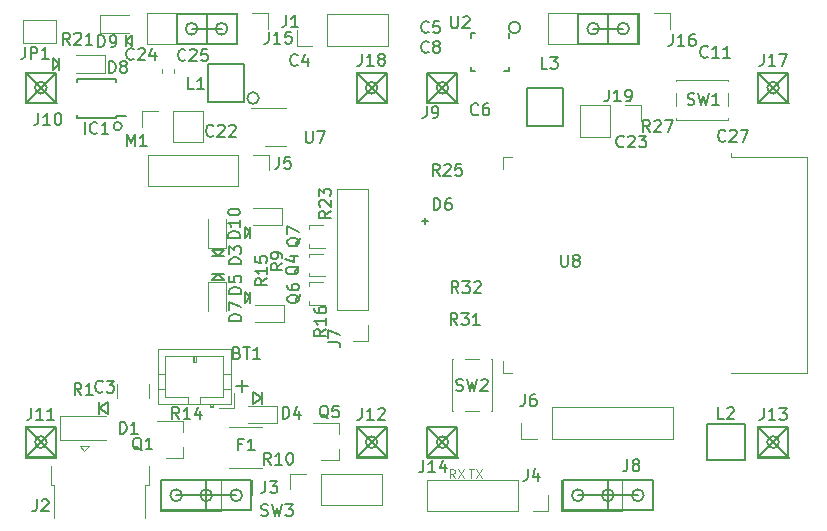
<source format=gto>
%TF.GenerationSoftware,KiCad,Pcbnew,(5.1.6)-1*%
%TF.CreationDate,2020-11-04T17:06:36+09:00*%
%TF.ProjectId,schematic,73636865-6d61-4746-9963-2e6b69636164,rev?*%
%TF.SameCoordinates,Original*%
%TF.FileFunction,Legend,Top*%
%TF.FilePolarity,Positive*%
%FSLAX46Y46*%
G04 Gerber Fmt 4.6, Leading zero omitted, Abs format (unit mm)*
G04 Created by KiCad (PCBNEW (5.1.6)-1) date 2020-11-04 17:06:36*
%MOMM*%
%LPD*%
G01*
G04 APERTURE LIST*
%ADD10C,0.150000*%
%ADD11C,0.100000*%
%ADD12C,0.120000*%
G04 APERTURE END LIST*
D10*
X74458467Y-65870000D02*
G75*
G03*
X74458467Y-65870000I-488467J0D01*
G01*
D11*
X92228571Y-97289285D02*
X92657142Y-97289285D01*
X92442857Y-98039285D02*
X92442857Y-97289285D01*
X92835714Y-97289285D02*
X93335714Y-98039285D01*
X93335714Y-97289285D02*
X92835714Y-98039285D01*
X91075000Y-98039285D02*
X90825000Y-97682142D01*
X90646428Y-98039285D02*
X90646428Y-97289285D01*
X90932142Y-97289285D01*
X91003571Y-97325000D01*
X91039285Y-97360714D01*
X91075000Y-97432142D01*
X91075000Y-97539285D01*
X91039285Y-97610714D01*
X91003571Y-97646428D01*
X90932142Y-97682142D01*
X90646428Y-97682142D01*
X91325000Y-97289285D02*
X91825000Y-98039285D01*
X91825000Y-97289285D02*
X91325000Y-98039285D01*
D10*
X88500000Y-76000000D02*
X88500000Y-76500000D01*
X88250000Y-76250000D02*
X88750000Y-76250000D01*
X74750000Y-90750000D02*
X74750000Y-91750000D01*
X74750000Y-91250000D02*
X74000000Y-91750000D01*
X74000000Y-90750000D02*
X74750000Y-91250000D01*
X74000000Y-91750000D02*
X74000000Y-90750000D01*
X73000000Y-89750000D02*
X73000000Y-90750000D01*
X72500000Y-90250000D02*
X73500000Y-90250000D01*
X61710000Y-91600000D02*
X60960000Y-92100000D01*
X61710000Y-92600000D02*
X61710000Y-91600000D01*
X60960000Y-92100000D02*
X61710000Y-92600000D01*
X60960000Y-92600000D02*
X60960000Y-91600000D01*
X73250000Y-77750000D02*
X73750000Y-77250000D01*
X73250000Y-76750000D02*
X73250000Y-77750000D01*
X73750000Y-77250000D02*
X73250000Y-76750000D01*
X73750000Y-76750000D02*
X73750000Y-77750000D01*
X73750000Y-82250000D02*
X73750000Y-83250000D01*
X73750000Y-82750000D02*
X73250000Y-82250000D01*
X73250000Y-83250000D02*
X73750000Y-82750000D01*
X73250000Y-82250000D02*
X73250000Y-83250000D01*
X70500000Y-80750000D02*
X71500000Y-80750000D01*
X71000000Y-80750000D02*
X70500000Y-81250000D01*
X71500000Y-81250000D02*
X71000000Y-80750000D01*
X70500000Y-81250000D02*
X71500000Y-81250000D01*
X70500000Y-79250000D02*
X71500000Y-79250000D01*
X71000000Y-79250000D02*
X70500000Y-78750000D01*
X71500000Y-78750000D02*
X71000000Y-79250000D01*
X70500000Y-78750000D02*
X71500000Y-78750000D01*
X62853553Y-68250000D02*
G75*
G03*
X62853553Y-68250000I-353553J0D01*
G01*
X57500000Y-62500000D02*
X57500000Y-63500000D01*
X57500000Y-63000000D02*
X57000000Y-62500000D01*
X57000000Y-63500000D02*
X57500000Y-63000000D01*
X57000000Y-62500000D02*
X57000000Y-63500000D01*
X63750000Y-61500000D02*
X63250000Y-61000000D01*
X63750000Y-60500000D02*
X63750000Y-61500000D01*
X63250000Y-61000000D02*
X63750000Y-60500000D01*
X63250000Y-60500000D02*
X63250000Y-61500000D01*
X71300000Y-60000001D02*
X68760000Y-60000001D01*
X116730000Y-63730000D02*
X116730000Y-66270000D01*
X119270000Y-96269999D02*
X116730000Y-93729999D01*
X104000000Y-99499999D02*
X104000000Y-100769999D01*
X91270000Y-66270000D02*
X88730000Y-63730000D01*
X107810000Y-100769999D02*
X107810000Y-98229999D01*
X101490000Y-58730001D02*
X101490000Y-61270001D01*
X116730000Y-93729999D02*
X116730000Y-96269999D01*
X103260000Y-60000001D02*
G75*
G03*
X103260000Y-60000001I-500000J0D01*
G01*
X119270000Y-93729999D02*
X118000000Y-93729999D01*
X90500000Y-65000000D02*
G75*
G03*
X90500000Y-65000000I-500000J0D01*
G01*
X118500000Y-94999999D02*
G75*
G03*
X118500000Y-94999999I-500000J0D01*
G01*
X88730000Y-66270000D02*
X91270000Y-66270000D01*
X104000000Y-99499999D02*
X104000000Y-98229999D01*
X107040000Y-99499999D02*
G75*
G03*
X107040000Y-99499999I-500000J0D01*
G01*
X91270000Y-63730000D02*
X90000000Y-63730000D01*
X119270000Y-96269999D02*
X119270000Y-93729999D01*
X107810000Y-98229999D02*
X104000000Y-98229999D01*
X90000000Y-63730000D02*
X88730000Y-63730000D01*
X91270000Y-63730000D02*
X88730000Y-66270000D01*
X104000000Y-99499999D02*
X106540000Y-99499999D01*
X105300000Y-58730001D02*
X101490000Y-58730001D01*
X119270000Y-93729999D02*
X116730000Y-96269999D01*
X118000000Y-93729999D02*
X116730000Y-93729999D01*
X104500000Y-99499999D02*
G75*
G03*
X104500000Y-99499999I-500000J0D01*
G01*
X88730000Y-63730000D02*
X88730000Y-66270000D01*
X91270000Y-66270000D02*
X91270000Y-63730000D01*
X106570000Y-61270001D02*
X106570000Y-58730001D01*
X119270000Y-66270000D02*
X116730000Y-63730000D01*
X104030000Y-61270001D02*
X104030000Y-58730001D01*
X119270000Y-63730000D02*
X118000000Y-63730000D01*
X116730000Y-66270000D02*
X119270000Y-66270000D01*
X116730000Y-66270000D02*
X119270000Y-63730000D01*
X106570000Y-58730001D02*
X105300000Y-58730001D01*
X118000000Y-63730000D02*
X116730000Y-63730000D01*
X119270000Y-66270000D02*
X119270000Y-63730000D01*
X91270000Y-96269999D02*
X91270000Y-93729999D01*
X91270000Y-93729999D02*
X90000000Y-93729999D01*
X101960000Y-99499999D02*
G75*
G03*
X101960000Y-99499999I-500000J0D01*
G01*
X104000000Y-99499999D02*
X101460000Y-99499999D01*
X88730000Y-96269999D02*
X91270000Y-96269999D01*
X104000000Y-98229999D02*
X100190000Y-98229999D01*
X88730000Y-93729999D02*
X91270000Y-96269999D01*
X90500000Y-94999999D02*
G75*
G03*
X90500000Y-94999999I-500000J0D01*
G01*
X90000000Y-93729999D02*
X88730000Y-93729999D01*
X105300000Y-60000001D02*
X102760000Y-60000001D01*
X91270000Y-93729999D02*
X88730000Y-96269999D01*
X116730000Y-96269999D02*
X119270000Y-96269999D01*
X100190000Y-100769999D02*
X107810000Y-100769999D01*
X100190000Y-98229999D02*
X100190000Y-100769999D01*
X88730000Y-93729999D02*
X88730000Y-96269999D01*
X101490000Y-61270001D02*
X106570000Y-61270001D01*
X118500000Y-65000000D02*
G75*
G03*
X118500000Y-65000000I-500000J0D01*
G01*
X105800000Y-60000001D02*
G75*
G03*
X105800000Y-60000001I-500000J0D01*
G01*
X57270001Y-93729999D02*
X54730001Y-96269999D01*
X54730000Y-93729999D02*
X57270001Y-96269999D01*
X85270000Y-93729999D02*
X82730000Y-96269999D01*
X85270000Y-96269999D02*
X82730000Y-93729999D01*
X85270000Y-66270000D02*
X82730000Y-63730000D01*
X82730000Y-66270000D02*
X85270000Y-63730000D01*
X57270001Y-66270000D02*
X54730000Y-63730000D01*
X57270001Y-63730000D02*
X54730001Y-66270000D01*
X70000000Y-99499999D02*
X70000000Y-100769999D01*
X70030000Y-61270001D02*
X70030000Y-58730001D01*
X82730000Y-93729999D02*
X82730000Y-96269999D01*
X82730000Y-96269999D02*
X85270000Y-96269999D01*
X54730001Y-96269999D02*
X57270001Y-96269999D01*
X54730000Y-93729999D02*
X54730001Y-96269999D01*
X57270001Y-96269999D02*
X57270001Y-93729999D01*
X84000000Y-93729999D02*
X82730000Y-93729999D01*
X85270000Y-93729999D02*
X84000000Y-93729999D01*
X85270000Y-96269999D02*
X85270000Y-93729999D01*
X56000000Y-93729999D02*
X54730000Y-93729999D01*
X57270001Y-93729999D02*
X56000000Y-93729999D01*
X56500000Y-94999999D02*
G75*
G03*
X56500000Y-94999999I-500000J0D01*
G01*
X84500000Y-94999999D02*
G75*
G03*
X84500000Y-94999999I-500000J0D01*
G01*
X70000000Y-99499999D02*
X67460000Y-99499999D01*
X67960000Y-99499999D02*
G75*
G03*
X67960000Y-99499999I-500000J0D01*
G01*
X70000000Y-99499999D02*
X72539999Y-99499999D01*
X70000000Y-99499999D02*
X70000000Y-98229999D01*
X70499999Y-99499999D02*
G75*
G03*
X70499999Y-99499999I-499999J0D01*
G01*
X73040000Y-99499999D02*
G75*
G03*
X73040000Y-99499999I-500001J0D01*
G01*
X70000000Y-98229999D02*
X73810000Y-98229999D01*
X66190001Y-98229999D02*
X70000000Y-98229999D01*
X66190001Y-100769999D02*
X66190001Y-98229999D01*
X73810000Y-100769999D02*
X66190001Y-100769999D01*
X73810000Y-98229999D02*
X73810000Y-100769999D01*
X57270001Y-63730000D02*
X56000000Y-63730000D01*
X57270001Y-66270000D02*
X57270001Y-63730000D01*
X56000000Y-63730000D02*
X54730000Y-63730000D01*
X54730000Y-63730000D02*
X54730001Y-66270000D01*
X56500000Y-65000000D02*
G75*
G03*
X56500000Y-65000000I-500000J0D01*
G01*
X54730001Y-66270000D02*
X57270001Y-66270000D01*
X85270000Y-63730000D02*
X84000000Y-63730000D01*
X85270000Y-66270000D02*
X85270000Y-63730000D01*
X84000000Y-63730000D02*
X82730000Y-63730000D01*
X82730000Y-63730000D02*
X82730000Y-66270000D01*
X84500000Y-65000000D02*
G75*
G03*
X84500000Y-65000000I-500000J0D01*
G01*
X82730000Y-66270000D02*
X85270000Y-66270000D01*
X71800000Y-60000001D02*
G75*
G03*
X71800000Y-60000001I-500000J0D01*
G01*
X69260000Y-60000001D02*
G75*
G03*
X69260000Y-60000001I-500000J0D01*
G01*
X67490001Y-61270001D02*
X67490000Y-58730001D01*
X72570000Y-61270001D02*
X67490001Y-61270001D01*
X72570000Y-58730001D02*
X72570000Y-61270001D01*
X71299999Y-58730001D02*
X72570000Y-58730001D01*
X67490000Y-58730001D02*
X71299999Y-58730001D01*
D12*
%TO.C,J5*%
X75330000Y-70670000D02*
X75330000Y-72000000D01*
X74000000Y-70670000D02*
X75330000Y-70670000D01*
X72730000Y-70670000D02*
X72730000Y-73330000D01*
X72730000Y-73330000D02*
X65050000Y-73330000D01*
X72730000Y-70670000D02*
X65050000Y-70670000D01*
X65050000Y-70670000D02*
X65050000Y-73330000D01*
%TO.C,BT1*%
X72360000Y-92110000D02*
X72360000Y-90860000D01*
X71110000Y-92110000D02*
X72360000Y-92110000D01*
X69000000Y-87700000D02*
X69000000Y-88200000D01*
X68900000Y-88200000D02*
X68900000Y-87700000D01*
X69100000Y-88200000D02*
X68900000Y-88200000D01*
X69100000Y-87700000D02*
X69100000Y-88200000D01*
X65940000Y-89200000D02*
X66550000Y-89200000D01*
X65940000Y-90500000D02*
X66550000Y-90500000D01*
X72060000Y-89200000D02*
X71450000Y-89200000D01*
X72060000Y-90500000D02*
X71450000Y-90500000D01*
X68500000Y-91200000D02*
X68500000Y-91810000D01*
X66550000Y-91200000D02*
X68500000Y-91200000D01*
X66550000Y-87700000D02*
X66550000Y-91200000D01*
X71450000Y-87700000D02*
X66550000Y-87700000D01*
X71450000Y-91200000D02*
X71450000Y-87700000D01*
X69500000Y-91200000D02*
X71450000Y-91200000D01*
X69500000Y-91810000D02*
X69500000Y-91200000D01*
X70300000Y-91910000D02*
X70600000Y-91910000D01*
X70600000Y-92010000D02*
X70600000Y-91810000D01*
X70300000Y-92010000D02*
X70600000Y-92010000D01*
X70300000Y-91810000D02*
X70300000Y-92010000D01*
X65940000Y-91810000D02*
X72060000Y-91810000D01*
X65940000Y-87090000D02*
X65940000Y-91810000D01*
X72060000Y-87090000D02*
X65940000Y-87090000D01*
X72060000Y-91810000D02*
X72060000Y-87090000D01*
%TO.C,C3*%
X65160000Y-91302064D02*
X65160000Y-90097936D01*
X62440000Y-91302064D02*
X62440000Y-90097936D01*
%TO.C,C25*%
X66290000Y-63428733D02*
X66290000Y-63771267D01*
X67310000Y-63428733D02*
X67310000Y-63771267D01*
%TO.C,D1*%
X57650000Y-92800000D02*
X57650000Y-94800000D01*
X57650000Y-94800000D02*
X61500000Y-94800000D01*
X57650000Y-92800000D02*
X61500000Y-92800000D01*
%TO.C,D3*%
X70165000Y-76100000D02*
X70165000Y-78560000D01*
X70165000Y-78560000D02*
X71635000Y-78560000D01*
X71635000Y-78560000D02*
X71635000Y-76100000D01*
%TO.C,D4*%
X73550000Y-93385000D02*
X76010000Y-93385000D01*
X76010000Y-93385000D02*
X76010000Y-91915000D01*
X76010000Y-91915000D02*
X73550000Y-91915000D01*
%TO.C,D5*%
X70165000Y-81440000D02*
X70165000Y-83900000D01*
X71635000Y-81440000D02*
X70165000Y-81440000D01*
X71635000Y-83900000D02*
X71635000Y-81440000D01*
%TO.C,D7*%
X74100000Y-84835000D02*
X76560000Y-84835000D01*
X76560000Y-84835000D02*
X76560000Y-83365000D01*
X76560000Y-83365000D02*
X74100000Y-83365000D01*
%TO.C,D8*%
X61460000Y-62265000D02*
X59000000Y-62265000D01*
X61460000Y-63735000D02*
X61460000Y-62265000D01*
X59000000Y-63735000D02*
X61460000Y-63735000D01*
%TO.C,D9*%
X61040000Y-60335000D02*
X63500000Y-60335000D01*
X61040000Y-58865000D02*
X61040000Y-60335000D01*
X63500000Y-58865000D02*
X61040000Y-58865000D01*
%TO.C,D10*%
X76460000Y-75165000D02*
X74000000Y-75165000D01*
X76460000Y-76635000D02*
X76460000Y-75165000D01*
X74000000Y-76635000D02*
X76460000Y-76635000D01*
%TO.C,F1*%
X71913748Y-97160000D02*
X74686252Y-97160000D01*
X71913748Y-93740000D02*
X74686252Y-93740000D01*
D10*
%TO.C,IC1*%
X62325000Y-67375000D02*
X63250000Y-67375000D01*
X62325000Y-64275000D02*
X59075000Y-64275000D01*
X62325000Y-67525000D02*
X59075000Y-67525000D01*
X62325000Y-64275000D02*
X62325000Y-64522500D01*
X59075000Y-64275000D02*
X59075000Y-64522500D01*
X59075000Y-67525000D02*
X59075000Y-67277500D01*
X62325000Y-67525000D02*
X62325000Y-67375000D01*
D12*
%TO.C,J1*%
X77670000Y-61430000D02*
X77670000Y-60100000D01*
X79000000Y-61430000D02*
X77670000Y-61430000D01*
X80270000Y-61430000D02*
X80270000Y-58770000D01*
X80270000Y-58770000D02*
X85410000Y-58770000D01*
X80270000Y-61430000D02*
X85410000Y-61430000D01*
X85410000Y-61430000D02*
X85410000Y-58770000D01*
%TO.C,J3*%
X73870000Y-98170000D02*
X73870000Y-99500000D01*
X72540000Y-98170000D02*
X73870000Y-98170000D01*
X71270000Y-98170000D02*
X71270000Y-100830000D01*
X71270000Y-100830000D02*
X66130000Y-100830000D01*
X71270000Y-98170000D02*
X66130000Y-98170000D01*
X66130000Y-98170000D02*
X66130000Y-100830000D01*
%TO.C,J4*%
X98970000Y-99500000D02*
X98970000Y-100830000D01*
X98970000Y-100830000D02*
X97640000Y-100830000D01*
X96370000Y-100830000D02*
X88690000Y-100830000D01*
X88690000Y-98170000D02*
X88690000Y-100830000D01*
X96370000Y-98170000D02*
X88690000Y-98170000D01*
X96370000Y-98170000D02*
X96370000Y-100830000D01*
%TO.C,J6*%
X109510000Y-94730000D02*
X109510000Y-92070000D01*
X99290000Y-94730000D02*
X109510000Y-94730000D01*
X99290000Y-92070000D02*
X109510000Y-92070000D01*
X99290000Y-94730000D02*
X99290000Y-92070000D01*
X98020000Y-94730000D02*
X96690000Y-94730000D01*
X96690000Y-94730000D02*
X96690000Y-93400000D01*
%TO.C,J7*%
X83730000Y-86410000D02*
X82400000Y-86410000D01*
X83730000Y-85080000D02*
X83730000Y-86410000D01*
X83730000Y-83810000D02*
X81070000Y-83810000D01*
X81070000Y-83810000D02*
X81070000Y-73590000D01*
X83730000Y-83810000D02*
X83730000Y-73590000D01*
X83730000Y-73590000D02*
X81070000Y-73590000D01*
%TO.C,J8*%
X100030000Y-98170000D02*
X100030000Y-100830000D01*
X105170000Y-98170000D02*
X100030000Y-98170000D01*
X105170000Y-100830000D02*
X100030000Y-100830000D01*
X105170000Y-98170000D02*
X105170000Y-100830000D01*
X106440000Y-98170000D02*
X107770000Y-98170000D01*
X107770000Y-98170000D02*
X107770000Y-99500000D01*
%TO.C,J9*%
X88670000Y-63670000D02*
X90000000Y-63670000D01*
X88670000Y-65000000D02*
X88670000Y-63670000D01*
X88670000Y-66270000D02*
X91330000Y-66270000D01*
X91330000Y-66270000D02*
X91330000Y-66330000D01*
X88670000Y-66270000D02*
X88670000Y-66330000D01*
X88670000Y-66330000D02*
X91330000Y-66330000D01*
%TO.C,J10*%
X54670000Y-66330000D02*
X57330000Y-66330000D01*
X54670000Y-66270000D02*
X54670000Y-66330000D01*
X57330000Y-66270000D02*
X57330000Y-66330000D01*
X54670000Y-66270000D02*
X57330000Y-66270000D01*
X54670000Y-65000000D02*
X54670000Y-63670000D01*
X54670000Y-63670000D02*
X56000000Y-63670000D01*
%TO.C,J11*%
X54660000Y-93660000D02*
X55990000Y-93660000D01*
X54660000Y-94990000D02*
X54660000Y-93660000D01*
X54660000Y-96260000D02*
X57320000Y-96260000D01*
X57320000Y-96260000D02*
X57320000Y-96320000D01*
X54660000Y-96260000D02*
X54660000Y-96320000D01*
X54660000Y-96320000D02*
X57320000Y-96320000D01*
%TO.C,J12*%
X82670000Y-93670000D02*
X84000000Y-93670000D01*
X82670000Y-95000000D02*
X82670000Y-93670000D01*
X82670000Y-96270000D02*
X85330000Y-96270000D01*
X85330000Y-96270000D02*
X85330000Y-96330000D01*
X82670000Y-96270000D02*
X82670000Y-96330000D01*
X82670000Y-96330000D02*
X85330000Y-96330000D01*
%TO.C,J13*%
X116670000Y-96330000D02*
X119330000Y-96330000D01*
X116670000Y-96270000D02*
X116670000Y-96330000D01*
X119330000Y-96270000D02*
X119330000Y-96330000D01*
X116670000Y-96270000D02*
X119330000Y-96270000D01*
X116670000Y-95000000D02*
X116670000Y-93670000D01*
X116670000Y-93670000D02*
X118000000Y-93670000D01*
%TO.C,J14*%
X88670000Y-96330000D02*
X91330000Y-96330000D01*
X88670000Y-96270000D02*
X88670000Y-96330000D01*
X91330000Y-96270000D02*
X91330000Y-96330000D01*
X88670000Y-96270000D02*
X91330000Y-96270000D01*
X88670000Y-95000000D02*
X88670000Y-93670000D01*
X88670000Y-93670000D02*
X90000000Y-93670000D01*
%TO.C,J17*%
X116670000Y-66330000D02*
X119330000Y-66330000D01*
X116670000Y-66270000D02*
X116670000Y-66330000D01*
X119330000Y-66270000D02*
X119330000Y-66330000D01*
X116670000Y-66270000D02*
X119330000Y-66270000D01*
X116670000Y-65000000D02*
X116670000Y-63670000D01*
X116670000Y-63670000D02*
X118000000Y-63670000D01*
%TO.C,J18*%
X82670000Y-63670000D02*
X84000000Y-63670000D01*
X82670000Y-65000000D02*
X82670000Y-63670000D01*
X82670000Y-66270000D02*
X85330000Y-66270000D01*
X85330000Y-66270000D02*
X85330000Y-66330000D01*
X82670000Y-66270000D02*
X82670000Y-66330000D01*
X82670000Y-66330000D02*
X85330000Y-66330000D01*
%TO.C,J19*%
X106830000Y-66470000D02*
X106830000Y-67800000D01*
X105500000Y-66470000D02*
X106830000Y-66470000D01*
X104230000Y-66470000D02*
X104230000Y-69130000D01*
X104230000Y-69130000D02*
X101630000Y-69130000D01*
X104230000Y-66470000D02*
X101630000Y-66470000D01*
X101630000Y-66470000D02*
X101630000Y-69130000D01*
%TO.C,JP1*%
X57250000Y-61250000D02*
X54450000Y-61250000D01*
X54450000Y-61250000D02*
X54450000Y-59250000D01*
X54450000Y-59250000D02*
X57250000Y-59250000D01*
X57250000Y-59250000D02*
X57250000Y-61250000D01*
D10*
%TO.C,L1*%
X73190000Y-63020000D02*
X70190000Y-63020000D01*
X70190000Y-66220000D02*
X70190000Y-63020000D01*
X70190000Y-66220000D02*
X73190000Y-66220000D01*
X73190000Y-63020000D02*
X73190000Y-66220000D01*
%TO.C,L2*%
X115600000Y-96500000D02*
X112400000Y-96500000D01*
X112400000Y-93500000D02*
X112400000Y-96500000D01*
X112400000Y-93500000D02*
X115600000Y-93500000D01*
X115600000Y-96500000D02*
X115600000Y-93500000D01*
%TO.C,L3*%
X97170000Y-68200000D02*
X100170000Y-68200000D01*
X100170000Y-65000000D02*
X100170000Y-68200000D01*
X100170000Y-65000000D02*
X97170000Y-65000000D01*
X97170000Y-68200000D02*
X97170000Y-65000000D01*
D12*
%TO.C,M1*%
X64570000Y-68300000D02*
X64570000Y-66970000D01*
X64570000Y-66970000D02*
X65900000Y-66970000D01*
X67170000Y-66970000D02*
X69770000Y-66970000D01*
X69770000Y-69630000D02*
X69770000Y-66970000D01*
X67170000Y-69630000D02*
X69770000Y-69630000D01*
X67170000Y-69630000D02*
X67170000Y-66970000D01*
%TO.C,Q1*%
X68030000Y-96380000D02*
X68030000Y-95450000D01*
X68030000Y-93220000D02*
X68030000Y-94150000D01*
X68030000Y-93220000D02*
X65870000Y-93220000D01*
X68030000Y-96380000D02*
X66570000Y-96380000D01*
%TO.C,Q4*%
X78690000Y-79040000D02*
X79850000Y-79040000D01*
X78690000Y-80960000D02*
X80100000Y-80960000D01*
X78690000Y-80960000D02*
X78690000Y-80650000D01*
X78690000Y-79040000D02*
X78690000Y-79350000D01*
%TO.C,Q5*%
X81210000Y-96530000D02*
X79750000Y-96530000D01*
X81210000Y-93370000D02*
X79050000Y-93370000D01*
X81210000Y-93370000D02*
X81210000Y-94300000D01*
X81210000Y-96530000D02*
X81210000Y-95600000D01*
%TO.C,Q6*%
X78690000Y-81440000D02*
X78690000Y-81750000D01*
X78690000Y-83360000D02*
X78690000Y-83050000D01*
X78690000Y-83360000D02*
X80100000Y-83360000D01*
X78690000Y-81440000D02*
X79850000Y-81440000D01*
%TO.C,Q7*%
X78690000Y-76640000D02*
X79850000Y-76640000D01*
X78690000Y-78560000D02*
X80100000Y-78560000D01*
X78690000Y-78560000D02*
X78690000Y-78250000D01*
X78690000Y-76640000D02*
X78690000Y-76950000D01*
%TO.C,SW1*%
X109800000Y-67580000D02*
X109800000Y-67700000D01*
X109800000Y-65430000D02*
X109800000Y-66570000D01*
X109800000Y-64300000D02*
X109800000Y-64420000D01*
X114200000Y-64300000D02*
X109800000Y-64300000D01*
X114200000Y-64420000D02*
X114200000Y-64300000D01*
X114200000Y-66570000D02*
X114200000Y-65430000D01*
X114200000Y-67700000D02*
X114200000Y-67580000D01*
X109800000Y-67700000D02*
X114200000Y-67700000D01*
%TO.C,SW2*%
X94200000Y-92400000D02*
X94200000Y-88000000D01*
X94200000Y-88000000D02*
X94080000Y-88000000D01*
X93070000Y-88000000D02*
X91930000Y-88000000D01*
X90920000Y-88000000D02*
X90800000Y-88000000D01*
X90800000Y-88000000D02*
X90800000Y-92400000D01*
X90800000Y-92400000D02*
X90920000Y-92400000D01*
X91930000Y-92400000D02*
X93070000Y-92400000D01*
X94080000Y-92400000D02*
X94200000Y-92400000D01*
%TO.C,SW3*%
X77130000Y-99000000D02*
X77130000Y-97670000D01*
X77130000Y-97670000D02*
X78460000Y-97670000D01*
X79730000Y-97670000D02*
X84870000Y-97670000D01*
X84870000Y-100330000D02*
X84870000Y-97670000D01*
X79730000Y-100330000D02*
X84870000Y-100330000D01*
X79730000Y-100330000D02*
X79730000Y-97670000D01*
D10*
%TO.C,U2*%
X92400000Y-60400000D02*
X92800000Y-60400000D01*
X92400000Y-60400000D02*
X92400000Y-60800000D01*
X92400000Y-63600000D02*
X92800000Y-63600000D01*
X92400000Y-63600000D02*
X92400000Y-63200000D01*
X95600000Y-63600000D02*
X95200000Y-63600000D01*
X95600000Y-63600000D02*
X95600000Y-63200000D01*
X95600000Y-60400000D02*
X95600000Y-60800000D01*
X96600000Y-59900000D02*
G75*
G03*
X96600000Y-59900000I-500000J0D01*
G01*
D12*
%TO.C,U7*%
X76750000Y-66740000D02*
X73800000Y-66740000D01*
X74950000Y-69960000D02*
X76750000Y-69960000D01*
%TO.C,U8*%
X114445000Y-70880000D02*
X114445000Y-70500000D01*
X120865000Y-70880000D02*
X114445000Y-70880000D01*
X120865000Y-89120000D02*
X114445000Y-89120000D01*
X120865000Y-70880000D02*
X120865000Y-89120000D01*
X95120000Y-89120000D02*
X95120000Y-88120000D01*
X95900000Y-89120000D02*
X95120000Y-89120000D01*
X95120000Y-70880000D02*
X95120000Y-71880000D01*
X95900000Y-70880000D02*
X95120000Y-70880000D01*
%TO.C,J15*%
X75230000Y-58670000D02*
X75230000Y-60000000D01*
X73900000Y-58670000D02*
X75230000Y-58670000D01*
X72630000Y-58670000D02*
X72630000Y-61330000D01*
X72630000Y-61330000D02*
X64950000Y-61330000D01*
X72630000Y-58670000D02*
X64950000Y-58670000D01*
X64950000Y-58670000D02*
X64950000Y-61330000D01*
%TO.C,J16*%
X98950000Y-58670000D02*
X98950000Y-61330000D01*
X106630000Y-58670000D02*
X98950000Y-58670000D01*
X106630000Y-61330000D02*
X98950000Y-61330000D01*
X106630000Y-58670000D02*
X106630000Y-61330000D01*
X107900000Y-58670000D02*
X109230000Y-58670000D01*
X109230000Y-58670000D02*
X109230000Y-60000000D01*
%TO.C,J2*%
X59685000Y-95795000D02*
X59285000Y-95345000D01*
X59285000Y-95345000D02*
X60085000Y-95345000D01*
X60085000Y-95345000D02*
X59685000Y-95795000D01*
X64835000Y-101395000D02*
X64835000Y-98595000D01*
X64835000Y-98595000D02*
X65135000Y-98595000D01*
X65135000Y-98595000D02*
X65135000Y-97045000D01*
X57135000Y-101395000D02*
X57135000Y-98595000D01*
X56835000Y-98595000D02*
X57135000Y-98595000D01*
X56835000Y-98595000D02*
X56835000Y-97045000D01*
%TO.C,J5*%
D10*
X76166666Y-70852380D02*
X76166666Y-71566666D01*
X76119047Y-71709523D01*
X76023809Y-71804761D01*
X75880952Y-71852380D01*
X75785714Y-71852380D01*
X77119047Y-70852380D02*
X76642857Y-70852380D01*
X76595238Y-71328571D01*
X76642857Y-71280952D01*
X76738095Y-71233333D01*
X76976190Y-71233333D01*
X77071428Y-71280952D01*
X77119047Y-71328571D01*
X77166666Y-71423809D01*
X77166666Y-71661904D01*
X77119047Y-71757142D01*
X77071428Y-71804761D01*
X76976190Y-71852380D01*
X76738095Y-71852380D01*
X76642857Y-71804761D01*
X76595238Y-71757142D01*
%TO.C,BT1*%
X72614285Y-87428571D02*
X72757142Y-87476190D01*
X72804761Y-87523809D01*
X72852380Y-87619047D01*
X72852380Y-87761904D01*
X72804761Y-87857142D01*
X72757142Y-87904761D01*
X72661904Y-87952380D01*
X72280952Y-87952380D01*
X72280952Y-86952380D01*
X72614285Y-86952380D01*
X72709523Y-87000000D01*
X72757142Y-87047619D01*
X72804761Y-87142857D01*
X72804761Y-87238095D01*
X72757142Y-87333333D01*
X72709523Y-87380952D01*
X72614285Y-87428571D01*
X72280952Y-87428571D01*
X73138095Y-86952380D02*
X73709523Y-86952380D01*
X73423809Y-87952380D02*
X73423809Y-86952380D01*
X74566666Y-87952380D02*
X73995238Y-87952380D01*
X74280952Y-87952380D02*
X74280952Y-86952380D01*
X74185714Y-87095238D01*
X74090476Y-87190476D01*
X73995238Y-87238095D01*
%TO.C,C3*%
X61233333Y-90707142D02*
X61185714Y-90754761D01*
X61042857Y-90802380D01*
X60947619Y-90802380D01*
X60804761Y-90754761D01*
X60709523Y-90659523D01*
X60661904Y-90564285D01*
X60614285Y-90373809D01*
X60614285Y-90230952D01*
X60661904Y-90040476D01*
X60709523Y-89945238D01*
X60804761Y-89850000D01*
X60947619Y-89802380D01*
X61042857Y-89802380D01*
X61185714Y-89850000D01*
X61233333Y-89897619D01*
X61566666Y-89802380D02*
X62185714Y-89802380D01*
X61852380Y-90183333D01*
X61995238Y-90183333D01*
X62090476Y-90230952D01*
X62138095Y-90278571D01*
X62185714Y-90373809D01*
X62185714Y-90611904D01*
X62138095Y-90707142D01*
X62090476Y-90754761D01*
X61995238Y-90802380D01*
X61709523Y-90802380D01*
X61614285Y-90754761D01*
X61566666Y-90707142D01*
%TO.C,C4*%
X77733333Y-63057142D02*
X77685714Y-63104761D01*
X77542857Y-63152380D01*
X77447619Y-63152380D01*
X77304761Y-63104761D01*
X77209523Y-63009523D01*
X77161904Y-62914285D01*
X77114285Y-62723809D01*
X77114285Y-62580952D01*
X77161904Y-62390476D01*
X77209523Y-62295238D01*
X77304761Y-62200000D01*
X77447619Y-62152380D01*
X77542857Y-62152380D01*
X77685714Y-62200000D01*
X77733333Y-62247619D01*
X78590476Y-62485714D02*
X78590476Y-63152380D01*
X78352380Y-62104761D02*
X78114285Y-62819047D01*
X78733333Y-62819047D01*
%TO.C,C5*%
X88833333Y-60257142D02*
X88785714Y-60304761D01*
X88642857Y-60352380D01*
X88547619Y-60352380D01*
X88404761Y-60304761D01*
X88309523Y-60209523D01*
X88261904Y-60114285D01*
X88214285Y-59923809D01*
X88214285Y-59780952D01*
X88261904Y-59590476D01*
X88309523Y-59495238D01*
X88404761Y-59400000D01*
X88547619Y-59352380D01*
X88642857Y-59352380D01*
X88785714Y-59400000D01*
X88833333Y-59447619D01*
X89738095Y-59352380D02*
X89261904Y-59352380D01*
X89214285Y-59828571D01*
X89261904Y-59780952D01*
X89357142Y-59733333D01*
X89595238Y-59733333D01*
X89690476Y-59780952D01*
X89738095Y-59828571D01*
X89785714Y-59923809D01*
X89785714Y-60161904D01*
X89738095Y-60257142D01*
X89690476Y-60304761D01*
X89595238Y-60352380D01*
X89357142Y-60352380D01*
X89261904Y-60304761D01*
X89214285Y-60257142D01*
%TO.C,C6*%
X93033333Y-67227142D02*
X92985714Y-67274761D01*
X92842857Y-67322380D01*
X92747619Y-67322380D01*
X92604761Y-67274761D01*
X92509523Y-67179523D01*
X92461904Y-67084285D01*
X92414285Y-66893809D01*
X92414285Y-66750952D01*
X92461904Y-66560476D01*
X92509523Y-66465238D01*
X92604761Y-66370000D01*
X92747619Y-66322380D01*
X92842857Y-66322380D01*
X92985714Y-66370000D01*
X93033333Y-66417619D01*
X93890476Y-66322380D02*
X93700000Y-66322380D01*
X93604761Y-66370000D01*
X93557142Y-66417619D01*
X93461904Y-66560476D01*
X93414285Y-66750952D01*
X93414285Y-67131904D01*
X93461904Y-67227142D01*
X93509523Y-67274761D01*
X93604761Y-67322380D01*
X93795238Y-67322380D01*
X93890476Y-67274761D01*
X93938095Y-67227142D01*
X93985714Y-67131904D01*
X93985714Y-66893809D01*
X93938095Y-66798571D01*
X93890476Y-66750952D01*
X93795238Y-66703333D01*
X93604761Y-66703333D01*
X93509523Y-66750952D01*
X93461904Y-66798571D01*
X93414285Y-66893809D01*
%TO.C,C8*%
X88833333Y-61957142D02*
X88785714Y-62004761D01*
X88642857Y-62052380D01*
X88547619Y-62052380D01*
X88404761Y-62004761D01*
X88309523Y-61909523D01*
X88261904Y-61814285D01*
X88214285Y-61623809D01*
X88214285Y-61480952D01*
X88261904Y-61290476D01*
X88309523Y-61195238D01*
X88404761Y-61100000D01*
X88547619Y-61052380D01*
X88642857Y-61052380D01*
X88785714Y-61100000D01*
X88833333Y-61147619D01*
X89404761Y-61480952D02*
X89309523Y-61433333D01*
X89261904Y-61385714D01*
X89214285Y-61290476D01*
X89214285Y-61242857D01*
X89261904Y-61147619D01*
X89309523Y-61100000D01*
X89404761Y-61052380D01*
X89595238Y-61052380D01*
X89690476Y-61100000D01*
X89738095Y-61147619D01*
X89785714Y-61242857D01*
X89785714Y-61290476D01*
X89738095Y-61385714D01*
X89690476Y-61433333D01*
X89595238Y-61480952D01*
X89404761Y-61480952D01*
X89309523Y-61528571D01*
X89261904Y-61576190D01*
X89214285Y-61671428D01*
X89214285Y-61861904D01*
X89261904Y-61957142D01*
X89309523Y-62004761D01*
X89404761Y-62052380D01*
X89595238Y-62052380D01*
X89690476Y-62004761D01*
X89738095Y-61957142D01*
X89785714Y-61861904D01*
X89785714Y-61671428D01*
X89738095Y-61576190D01*
X89690476Y-61528571D01*
X89595238Y-61480952D01*
%TO.C,C11*%
X112457142Y-62357142D02*
X112409523Y-62404761D01*
X112266666Y-62452380D01*
X112171428Y-62452380D01*
X112028571Y-62404761D01*
X111933333Y-62309523D01*
X111885714Y-62214285D01*
X111838095Y-62023809D01*
X111838095Y-61880952D01*
X111885714Y-61690476D01*
X111933333Y-61595238D01*
X112028571Y-61500000D01*
X112171428Y-61452380D01*
X112266666Y-61452380D01*
X112409523Y-61500000D01*
X112457142Y-61547619D01*
X113409523Y-62452380D02*
X112838095Y-62452380D01*
X113123809Y-62452380D02*
X113123809Y-61452380D01*
X113028571Y-61595238D01*
X112933333Y-61690476D01*
X112838095Y-61738095D01*
X114361904Y-62452380D02*
X113790476Y-62452380D01*
X114076190Y-62452380D02*
X114076190Y-61452380D01*
X113980952Y-61595238D01*
X113885714Y-61690476D01*
X113790476Y-61738095D01*
%TO.C,C22*%
X70607142Y-69037142D02*
X70559523Y-69084761D01*
X70416666Y-69132380D01*
X70321428Y-69132380D01*
X70178571Y-69084761D01*
X70083333Y-68989523D01*
X70035714Y-68894285D01*
X69988095Y-68703809D01*
X69988095Y-68560952D01*
X70035714Y-68370476D01*
X70083333Y-68275238D01*
X70178571Y-68180000D01*
X70321428Y-68132380D01*
X70416666Y-68132380D01*
X70559523Y-68180000D01*
X70607142Y-68227619D01*
X70988095Y-68227619D02*
X71035714Y-68180000D01*
X71130952Y-68132380D01*
X71369047Y-68132380D01*
X71464285Y-68180000D01*
X71511904Y-68227619D01*
X71559523Y-68322857D01*
X71559523Y-68418095D01*
X71511904Y-68560952D01*
X70940476Y-69132380D01*
X71559523Y-69132380D01*
X71940476Y-68227619D02*
X71988095Y-68180000D01*
X72083333Y-68132380D01*
X72321428Y-68132380D01*
X72416666Y-68180000D01*
X72464285Y-68227619D01*
X72511904Y-68322857D01*
X72511904Y-68418095D01*
X72464285Y-68560952D01*
X71892857Y-69132380D01*
X72511904Y-69132380D01*
%TO.C,C23*%
X105357142Y-69957142D02*
X105309523Y-70004761D01*
X105166666Y-70052380D01*
X105071428Y-70052380D01*
X104928571Y-70004761D01*
X104833333Y-69909523D01*
X104785714Y-69814285D01*
X104738095Y-69623809D01*
X104738095Y-69480952D01*
X104785714Y-69290476D01*
X104833333Y-69195238D01*
X104928571Y-69100000D01*
X105071428Y-69052380D01*
X105166666Y-69052380D01*
X105309523Y-69100000D01*
X105357142Y-69147619D01*
X105738095Y-69147619D02*
X105785714Y-69100000D01*
X105880952Y-69052380D01*
X106119047Y-69052380D01*
X106214285Y-69100000D01*
X106261904Y-69147619D01*
X106309523Y-69242857D01*
X106309523Y-69338095D01*
X106261904Y-69480952D01*
X105690476Y-70052380D01*
X106309523Y-70052380D01*
X106642857Y-69052380D02*
X107261904Y-69052380D01*
X106928571Y-69433333D01*
X107071428Y-69433333D01*
X107166666Y-69480952D01*
X107214285Y-69528571D01*
X107261904Y-69623809D01*
X107261904Y-69861904D01*
X107214285Y-69957142D01*
X107166666Y-70004761D01*
X107071428Y-70052380D01*
X106785714Y-70052380D01*
X106690476Y-70004761D01*
X106642857Y-69957142D01*
%TO.C,C24*%
X63857142Y-62557142D02*
X63809523Y-62604761D01*
X63666666Y-62652380D01*
X63571428Y-62652380D01*
X63428571Y-62604761D01*
X63333333Y-62509523D01*
X63285714Y-62414285D01*
X63238095Y-62223809D01*
X63238095Y-62080952D01*
X63285714Y-61890476D01*
X63333333Y-61795238D01*
X63428571Y-61700000D01*
X63571428Y-61652380D01*
X63666666Y-61652380D01*
X63809523Y-61700000D01*
X63857142Y-61747619D01*
X64238095Y-61747619D02*
X64285714Y-61700000D01*
X64380952Y-61652380D01*
X64619047Y-61652380D01*
X64714285Y-61700000D01*
X64761904Y-61747619D01*
X64809523Y-61842857D01*
X64809523Y-61938095D01*
X64761904Y-62080952D01*
X64190476Y-62652380D01*
X64809523Y-62652380D01*
X65666666Y-61985714D02*
X65666666Y-62652380D01*
X65428571Y-61604761D02*
X65190476Y-62319047D01*
X65809523Y-62319047D01*
%TO.C,C25*%
X68227142Y-62627142D02*
X68179523Y-62674761D01*
X68036666Y-62722380D01*
X67941428Y-62722380D01*
X67798571Y-62674761D01*
X67703333Y-62579523D01*
X67655714Y-62484285D01*
X67608095Y-62293809D01*
X67608095Y-62150952D01*
X67655714Y-61960476D01*
X67703333Y-61865238D01*
X67798571Y-61770000D01*
X67941428Y-61722380D01*
X68036666Y-61722380D01*
X68179523Y-61770000D01*
X68227142Y-61817619D01*
X68608095Y-61817619D02*
X68655714Y-61770000D01*
X68750952Y-61722380D01*
X68989047Y-61722380D01*
X69084285Y-61770000D01*
X69131904Y-61817619D01*
X69179523Y-61912857D01*
X69179523Y-62008095D01*
X69131904Y-62150952D01*
X68560476Y-62722380D01*
X69179523Y-62722380D01*
X70084285Y-61722380D02*
X69608095Y-61722380D01*
X69560476Y-62198571D01*
X69608095Y-62150952D01*
X69703333Y-62103333D01*
X69941428Y-62103333D01*
X70036666Y-62150952D01*
X70084285Y-62198571D01*
X70131904Y-62293809D01*
X70131904Y-62531904D01*
X70084285Y-62627142D01*
X70036666Y-62674761D01*
X69941428Y-62722380D01*
X69703333Y-62722380D01*
X69608095Y-62674761D01*
X69560476Y-62627142D01*
%TO.C,C27*%
X113957142Y-69457142D02*
X113909523Y-69504761D01*
X113766666Y-69552380D01*
X113671428Y-69552380D01*
X113528571Y-69504761D01*
X113433333Y-69409523D01*
X113385714Y-69314285D01*
X113338095Y-69123809D01*
X113338095Y-68980952D01*
X113385714Y-68790476D01*
X113433333Y-68695238D01*
X113528571Y-68600000D01*
X113671428Y-68552380D01*
X113766666Y-68552380D01*
X113909523Y-68600000D01*
X113957142Y-68647619D01*
X114338095Y-68647619D02*
X114385714Y-68600000D01*
X114480952Y-68552380D01*
X114719047Y-68552380D01*
X114814285Y-68600000D01*
X114861904Y-68647619D01*
X114909523Y-68742857D01*
X114909523Y-68838095D01*
X114861904Y-68980952D01*
X114290476Y-69552380D01*
X114909523Y-69552380D01*
X115242857Y-68552380D02*
X115909523Y-68552380D01*
X115480952Y-69552380D01*
%TO.C,D1*%
X62681904Y-94272380D02*
X62681904Y-93272380D01*
X62920000Y-93272380D01*
X63062857Y-93320000D01*
X63158095Y-93415238D01*
X63205714Y-93510476D01*
X63253333Y-93700952D01*
X63253333Y-93843809D01*
X63205714Y-94034285D01*
X63158095Y-94129523D01*
X63062857Y-94224761D01*
X62920000Y-94272380D01*
X62681904Y-94272380D01*
X64205714Y-94272380D02*
X63634285Y-94272380D01*
X63920000Y-94272380D02*
X63920000Y-93272380D01*
X63824761Y-93415238D01*
X63729523Y-93510476D01*
X63634285Y-93558095D01*
%TO.C,D3*%
X72952380Y-79938095D02*
X71952380Y-79938095D01*
X71952380Y-79700000D01*
X72000000Y-79557142D01*
X72095238Y-79461904D01*
X72190476Y-79414285D01*
X72380952Y-79366666D01*
X72523809Y-79366666D01*
X72714285Y-79414285D01*
X72809523Y-79461904D01*
X72904761Y-79557142D01*
X72952380Y-79700000D01*
X72952380Y-79938095D01*
X71952380Y-79033333D02*
X71952380Y-78414285D01*
X72333333Y-78747619D01*
X72333333Y-78604761D01*
X72380952Y-78509523D01*
X72428571Y-78461904D01*
X72523809Y-78414285D01*
X72761904Y-78414285D01*
X72857142Y-78461904D01*
X72904761Y-78509523D01*
X72952380Y-78604761D01*
X72952380Y-78890476D01*
X72904761Y-78985714D01*
X72857142Y-79033333D01*
%TO.C,D4*%
X76461904Y-93002380D02*
X76461904Y-92002380D01*
X76700000Y-92002380D01*
X76842857Y-92050000D01*
X76938095Y-92145238D01*
X76985714Y-92240476D01*
X77033333Y-92430952D01*
X77033333Y-92573809D01*
X76985714Y-92764285D01*
X76938095Y-92859523D01*
X76842857Y-92954761D01*
X76700000Y-93002380D01*
X76461904Y-93002380D01*
X77890476Y-92335714D02*
X77890476Y-93002380D01*
X77652380Y-91954761D02*
X77414285Y-92669047D01*
X78033333Y-92669047D01*
%TO.C,D5*%
X72952380Y-82438095D02*
X71952380Y-82438095D01*
X71952380Y-82200000D01*
X72000000Y-82057142D01*
X72095238Y-81961904D01*
X72190476Y-81914285D01*
X72380952Y-81866666D01*
X72523809Y-81866666D01*
X72714285Y-81914285D01*
X72809523Y-81961904D01*
X72904761Y-82057142D01*
X72952380Y-82200000D01*
X72952380Y-82438095D01*
X71952380Y-80961904D02*
X71952380Y-81438095D01*
X72428571Y-81485714D01*
X72380952Y-81438095D01*
X72333333Y-81342857D01*
X72333333Y-81104761D01*
X72380952Y-81009523D01*
X72428571Y-80961904D01*
X72523809Y-80914285D01*
X72761904Y-80914285D01*
X72857142Y-80961904D01*
X72904761Y-81009523D01*
X72952380Y-81104761D01*
X72952380Y-81342857D01*
X72904761Y-81438095D01*
X72857142Y-81485714D01*
%TO.C,D6*%
X89261904Y-75352380D02*
X89261904Y-74352380D01*
X89500000Y-74352380D01*
X89642857Y-74400000D01*
X89738095Y-74495238D01*
X89785714Y-74590476D01*
X89833333Y-74780952D01*
X89833333Y-74923809D01*
X89785714Y-75114285D01*
X89738095Y-75209523D01*
X89642857Y-75304761D01*
X89500000Y-75352380D01*
X89261904Y-75352380D01*
X90690476Y-74352380D02*
X90500000Y-74352380D01*
X90404761Y-74400000D01*
X90357142Y-74447619D01*
X90261904Y-74590476D01*
X90214285Y-74780952D01*
X90214285Y-75161904D01*
X90261904Y-75257142D01*
X90309523Y-75304761D01*
X90404761Y-75352380D01*
X90595238Y-75352380D01*
X90690476Y-75304761D01*
X90738095Y-75257142D01*
X90785714Y-75161904D01*
X90785714Y-74923809D01*
X90738095Y-74828571D01*
X90690476Y-74780952D01*
X90595238Y-74733333D01*
X90404761Y-74733333D01*
X90309523Y-74780952D01*
X90261904Y-74828571D01*
X90214285Y-74923809D01*
%TO.C,D7*%
X72952380Y-84738095D02*
X71952380Y-84738095D01*
X71952380Y-84500000D01*
X72000000Y-84357142D01*
X72095238Y-84261904D01*
X72190476Y-84214285D01*
X72380952Y-84166666D01*
X72523809Y-84166666D01*
X72714285Y-84214285D01*
X72809523Y-84261904D01*
X72904761Y-84357142D01*
X72952380Y-84500000D01*
X72952380Y-84738095D01*
X71952380Y-83833333D02*
X71952380Y-83166666D01*
X72952380Y-83595238D01*
%TO.C,D8*%
X61761904Y-63752380D02*
X61761904Y-62752380D01*
X62000000Y-62752380D01*
X62142857Y-62800000D01*
X62238095Y-62895238D01*
X62285714Y-62990476D01*
X62333333Y-63180952D01*
X62333333Y-63323809D01*
X62285714Y-63514285D01*
X62238095Y-63609523D01*
X62142857Y-63704761D01*
X62000000Y-63752380D01*
X61761904Y-63752380D01*
X62904761Y-63180952D02*
X62809523Y-63133333D01*
X62761904Y-63085714D01*
X62714285Y-62990476D01*
X62714285Y-62942857D01*
X62761904Y-62847619D01*
X62809523Y-62800000D01*
X62904761Y-62752380D01*
X63095238Y-62752380D01*
X63190476Y-62800000D01*
X63238095Y-62847619D01*
X63285714Y-62942857D01*
X63285714Y-62990476D01*
X63238095Y-63085714D01*
X63190476Y-63133333D01*
X63095238Y-63180952D01*
X62904761Y-63180952D01*
X62809523Y-63228571D01*
X62761904Y-63276190D01*
X62714285Y-63371428D01*
X62714285Y-63561904D01*
X62761904Y-63657142D01*
X62809523Y-63704761D01*
X62904761Y-63752380D01*
X63095238Y-63752380D01*
X63190476Y-63704761D01*
X63238095Y-63657142D01*
X63285714Y-63561904D01*
X63285714Y-63371428D01*
X63238095Y-63276190D01*
X63190476Y-63228571D01*
X63095238Y-63180952D01*
%TO.C,D9*%
X60861904Y-61552380D02*
X60861904Y-60552380D01*
X61100000Y-60552380D01*
X61242857Y-60600000D01*
X61338095Y-60695238D01*
X61385714Y-60790476D01*
X61433333Y-60980952D01*
X61433333Y-61123809D01*
X61385714Y-61314285D01*
X61338095Y-61409523D01*
X61242857Y-61504761D01*
X61100000Y-61552380D01*
X60861904Y-61552380D01*
X61909523Y-61552380D02*
X62100000Y-61552380D01*
X62195238Y-61504761D01*
X62242857Y-61457142D01*
X62338095Y-61314285D01*
X62385714Y-61123809D01*
X62385714Y-60742857D01*
X62338095Y-60647619D01*
X62290476Y-60600000D01*
X62195238Y-60552380D01*
X62004761Y-60552380D01*
X61909523Y-60600000D01*
X61861904Y-60647619D01*
X61814285Y-60742857D01*
X61814285Y-60980952D01*
X61861904Y-61076190D01*
X61909523Y-61123809D01*
X62004761Y-61171428D01*
X62195238Y-61171428D01*
X62290476Y-61123809D01*
X62338095Y-61076190D01*
X62385714Y-60980952D01*
%TO.C,D10*%
X72852380Y-77714285D02*
X71852380Y-77714285D01*
X71852380Y-77476190D01*
X71900000Y-77333333D01*
X71995238Y-77238095D01*
X72090476Y-77190476D01*
X72280952Y-77142857D01*
X72423809Y-77142857D01*
X72614285Y-77190476D01*
X72709523Y-77238095D01*
X72804761Y-77333333D01*
X72852380Y-77476190D01*
X72852380Y-77714285D01*
X72852380Y-76190476D02*
X72852380Y-76761904D01*
X72852380Y-76476190D02*
X71852380Y-76476190D01*
X71995238Y-76571428D01*
X72090476Y-76666666D01*
X72138095Y-76761904D01*
X71852380Y-75571428D02*
X71852380Y-75476190D01*
X71900000Y-75380952D01*
X71947619Y-75333333D01*
X72042857Y-75285714D01*
X72233333Y-75238095D01*
X72471428Y-75238095D01*
X72661904Y-75285714D01*
X72757142Y-75333333D01*
X72804761Y-75380952D01*
X72852380Y-75476190D01*
X72852380Y-75571428D01*
X72804761Y-75666666D01*
X72757142Y-75714285D01*
X72661904Y-75761904D01*
X72471428Y-75809523D01*
X72233333Y-75809523D01*
X72042857Y-75761904D01*
X71947619Y-75714285D01*
X71900000Y-75666666D01*
X71852380Y-75571428D01*
%TO.C,F1*%
X73066666Y-95178571D02*
X72733333Y-95178571D01*
X72733333Y-95702380D02*
X72733333Y-94702380D01*
X73209523Y-94702380D01*
X74114285Y-95702380D02*
X73542857Y-95702380D01*
X73828571Y-95702380D02*
X73828571Y-94702380D01*
X73733333Y-94845238D01*
X73638095Y-94940476D01*
X73542857Y-94988095D01*
%TO.C,IC1*%
X59723809Y-68902380D02*
X59723809Y-67902380D01*
X60771428Y-68807142D02*
X60723809Y-68854761D01*
X60580952Y-68902380D01*
X60485714Y-68902380D01*
X60342857Y-68854761D01*
X60247619Y-68759523D01*
X60200000Y-68664285D01*
X60152380Y-68473809D01*
X60152380Y-68330952D01*
X60200000Y-68140476D01*
X60247619Y-68045238D01*
X60342857Y-67950000D01*
X60485714Y-67902380D01*
X60580952Y-67902380D01*
X60723809Y-67950000D01*
X60771428Y-67997619D01*
X61723809Y-68902380D02*
X61152380Y-68902380D01*
X61438095Y-68902380D02*
X61438095Y-67902380D01*
X61342857Y-68045238D01*
X61247619Y-68140476D01*
X61152380Y-68188095D01*
%TO.C,J1*%
X76766666Y-58852380D02*
X76766666Y-59566666D01*
X76719047Y-59709523D01*
X76623809Y-59804761D01*
X76480952Y-59852380D01*
X76385714Y-59852380D01*
X77766666Y-59852380D02*
X77195238Y-59852380D01*
X77480952Y-59852380D02*
X77480952Y-58852380D01*
X77385714Y-58995238D01*
X77290476Y-59090476D01*
X77195238Y-59138095D01*
%TO.C,J3*%
X75016666Y-98302380D02*
X75016666Y-99016666D01*
X74969047Y-99159523D01*
X74873809Y-99254761D01*
X74730952Y-99302380D01*
X74635714Y-99302380D01*
X75397619Y-98302380D02*
X76016666Y-98302380D01*
X75683333Y-98683333D01*
X75826190Y-98683333D01*
X75921428Y-98730952D01*
X75969047Y-98778571D01*
X76016666Y-98873809D01*
X76016666Y-99111904D01*
X75969047Y-99207142D01*
X75921428Y-99254761D01*
X75826190Y-99302380D01*
X75540476Y-99302380D01*
X75445238Y-99254761D01*
X75397619Y-99207142D01*
%TO.C,J4*%
X97206666Y-97252380D02*
X97206666Y-97966666D01*
X97159047Y-98109523D01*
X97063809Y-98204761D01*
X96920952Y-98252380D01*
X96825714Y-98252380D01*
X98111428Y-97585714D02*
X98111428Y-98252380D01*
X97873333Y-97204761D02*
X97635238Y-97919047D01*
X98254285Y-97919047D01*
%TO.C,J6*%
X96966666Y-90952380D02*
X96966666Y-91666666D01*
X96919047Y-91809523D01*
X96823809Y-91904761D01*
X96680952Y-91952380D01*
X96585714Y-91952380D01*
X97871428Y-90952380D02*
X97680952Y-90952380D01*
X97585714Y-91000000D01*
X97538095Y-91047619D01*
X97442857Y-91190476D01*
X97395238Y-91380952D01*
X97395238Y-91761904D01*
X97442857Y-91857142D01*
X97490476Y-91904761D01*
X97585714Y-91952380D01*
X97776190Y-91952380D01*
X97871428Y-91904761D01*
X97919047Y-91857142D01*
X97966666Y-91761904D01*
X97966666Y-91523809D01*
X97919047Y-91428571D01*
X97871428Y-91380952D01*
X97776190Y-91333333D01*
X97585714Y-91333333D01*
X97490476Y-91380952D01*
X97442857Y-91428571D01*
X97395238Y-91523809D01*
%TO.C,J7*%
X80352380Y-86533333D02*
X81066666Y-86533333D01*
X81209523Y-86580952D01*
X81304761Y-86676190D01*
X81352380Y-86819047D01*
X81352380Y-86914285D01*
X80352380Y-86152380D02*
X80352380Y-85485714D01*
X81352380Y-85914285D01*
%TO.C,J8*%
X105666666Y-96452380D02*
X105666666Y-97166666D01*
X105619047Y-97309523D01*
X105523809Y-97404761D01*
X105380952Y-97452380D01*
X105285714Y-97452380D01*
X106285714Y-96880952D02*
X106190476Y-96833333D01*
X106142857Y-96785714D01*
X106095238Y-96690476D01*
X106095238Y-96642857D01*
X106142857Y-96547619D01*
X106190476Y-96500000D01*
X106285714Y-96452380D01*
X106476190Y-96452380D01*
X106571428Y-96500000D01*
X106619047Y-96547619D01*
X106666666Y-96642857D01*
X106666666Y-96690476D01*
X106619047Y-96785714D01*
X106571428Y-96833333D01*
X106476190Y-96880952D01*
X106285714Y-96880952D01*
X106190476Y-96928571D01*
X106142857Y-96976190D01*
X106095238Y-97071428D01*
X106095238Y-97261904D01*
X106142857Y-97357142D01*
X106190476Y-97404761D01*
X106285714Y-97452380D01*
X106476190Y-97452380D01*
X106571428Y-97404761D01*
X106619047Y-97357142D01*
X106666666Y-97261904D01*
X106666666Y-97071428D01*
X106619047Y-96976190D01*
X106571428Y-96928571D01*
X106476190Y-96880952D01*
%TO.C,J9*%
X88666666Y-66552380D02*
X88666666Y-67266666D01*
X88619047Y-67409523D01*
X88523809Y-67504761D01*
X88380952Y-67552380D01*
X88285714Y-67552380D01*
X89190476Y-67552380D02*
X89380952Y-67552380D01*
X89476190Y-67504761D01*
X89523809Y-67457142D01*
X89619047Y-67314285D01*
X89666666Y-67123809D01*
X89666666Y-66742857D01*
X89619047Y-66647619D01*
X89571428Y-66600000D01*
X89476190Y-66552380D01*
X89285714Y-66552380D01*
X89190476Y-66600000D01*
X89142857Y-66647619D01*
X89095238Y-66742857D01*
X89095238Y-66980952D01*
X89142857Y-67076190D01*
X89190476Y-67123809D01*
X89285714Y-67171428D01*
X89476190Y-67171428D01*
X89571428Y-67123809D01*
X89619047Y-67076190D01*
X89666666Y-66980952D01*
%TO.C,J10*%
X55790476Y-67152380D02*
X55790476Y-67866666D01*
X55742857Y-68009523D01*
X55647619Y-68104761D01*
X55504761Y-68152380D01*
X55409523Y-68152380D01*
X56790476Y-68152380D02*
X56219047Y-68152380D01*
X56504761Y-68152380D02*
X56504761Y-67152380D01*
X56409523Y-67295238D01*
X56314285Y-67390476D01*
X56219047Y-67438095D01*
X57409523Y-67152380D02*
X57504761Y-67152380D01*
X57600000Y-67200000D01*
X57647619Y-67247619D01*
X57695238Y-67342857D01*
X57742857Y-67533333D01*
X57742857Y-67771428D01*
X57695238Y-67961904D01*
X57647619Y-68057142D01*
X57600000Y-68104761D01*
X57504761Y-68152380D01*
X57409523Y-68152380D01*
X57314285Y-68104761D01*
X57266666Y-68057142D01*
X57219047Y-67961904D01*
X57171428Y-67771428D01*
X57171428Y-67533333D01*
X57219047Y-67342857D01*
X57266666Y-67247619D01*
X57314285Y-67200000D01*
X57409523Y-67152380D01*
%TO.C,J11*%
X55180476Y-92112380D02*
X55180476Y-92826666D01*
X55132857Y-92969523D01*
X55037619Y-93064761D01*
X54894761Y-93112380D01*
X54799523Y-93112380D01*
X56180476Y-93112380D02*
X55609047Y-93112380D01*
X55894761Y-93112380D02*
X55894761Y-92112380D01*
X55799523Y-92255238D01*
X55704285Y-92350476D01*
X55609047Y-92398095D01*
X57132857Y-93112380D02*
X56561428Y-93112380D01*
X56847142Y-93112380D02*
X56847142Y-92112380D01*
X56751904Y-92255238D01*
X56656666Y-92350476D01*
X56561428Y-92398095D01*
%TO.C,J12*%
X83190476Y-92122380D02*
X83190476Y-92836666D01*
X83142857Y-92979523D01*
X83047619Y-93074761D01*
X82904761Y-93122380D01*
X82809523Y-93122380D01*
X84190476Y-93122380D02*
X83619047Y-93122380D01*
X83904761Y-93122380D02*
X83904761Y-92122380D01*
X83809523Y-92265238D01*
X83714285Y-92360476D01*
X83619047Y-92408095D01*
X84571428Y-92217619D02*
X84619047Y-92170000D01*
X84714285Y-92122380D01*
X84952380Y-92122380D01*
X85047619Y-92170000D01*
X85095238Y-92217619D01*
X85142857Y-92312857D01*
X85142857Y-92408095D01*
X85095238Y-92550952D01*
X84523809Y-93122380D01*
X85142857Y-93122380D01*
%TO.C,J13*%
X117190476Y-92122380D02*
X117190476Y-92836666D01*
X117142857Y-92979523D01*
X117047619Y-93074761D01*
X116904761Y-93122380D01*
X116809523Y-93122380D01*
X118190476Y-93122380D02*
X117619047Y-93122380D01*
X117904761Y-93122380D02*
X117904761Y-92122380D01*
X117809523Y-92265238D01*
X117714285Y-92360476D01*
X117619047Y-92408095D01*
X118523809Y-92122380D02*
X119142857Y-92122380D01*
X118809523Y-92503333D01*
X118952380Y-92503333D01*
X119047619Y-92550952D01*
X119095238Y-92598571D01*
X119142857Y-92693809D01*
X119142857Y-92931904D01*
X119095238Y-93027142D01*
X119047619Y-93074761D01*
X118952380Y-93122380D01*
X118666666Y-93122380D01*
X118571428Y-93074761D01*
X118523809Y-93027142D01*
%TO.C,J14*%
X88390476Y-96552380D02*
X88390476Y-97266666D01*
X88342857Y-97409523D01*
X88247619Y-97504761D01*
X88104761Y-97552380D01*
X88009523Y-97552380D01*
X89390476Y-97552380D02*
X88819047Y-97552380D01*
X89104761Y-97552380D02*
X89104761Y-96552380D01*
X89009523Y-96695238D01*
X88914285Y-96790476D01*
X88819047Y-96838095D01*
X90247619Y-96885714D02*
X90247619Y-97552380D01*
X90009523Y-96504761D02*
X89771428Y-97219047D01*
X90390476Y-97219047D01*
%TO.C,J17*%
X117190476Y-62122380D02*
X117190476Y-62836666D01*
X117142857Y-62979523D01*
X117047619Y-63074761D01*
X116904761Y-63122380D01*
X116809523Y-63122380D01*
X118190476Y-63122380D02*
X117619047Y-63122380D01*
X117904761Y-63122380D02*
X117904761Y-62122380D01*
X117809523Y-62265238D01*
X117714285Y-62360476D01*
X117619047Y-62408095D01*
X118523809Y-62122380D02*
X119190476Y-62122380D01*
X118761904Y-63122380D01*
%TO.C,J18*%
X83190476Y-62122380D02*
X83190476Y-62836666D01*
X83142857Y-62979523D01*
X83047619Y-63074761D01*
X82904761Y-63122380D01*
X82809523Y-63122380D01*
X84190476Y-63122380D02*
X83619047Y-63122380D01*
X83904761Y-63122380D02*
X83904761Y-62122380D01*
X83809523Y-62265238D01*
X83714285Y-62360476D01*
X83619047Y-62408095D01*
X84761904Y-62550952D02*
X84666666Y-62503333D01*
X84619047Y-62455714D01*
X84571428Y-62360476D01*
X84571428Y-62312857D01*
X84619047Y-62217619D01*
X84666666Y-62170000D01*
X84761904Y-62122380D01*
X84952380Y-62122380D01*
X85047619Y-62170000D01*
X85095238Y-62217619D01*
X85142857Y-62312857D01*
X85142857Y-62360476D01*
X85095238Y-62455714D01*
X85047619Y-62503333D01*
X84952380Y-62550952D01*
X84761904Y-62550952D01*
X84666666Y-62598571D01*
X84619047Y-62646190D01*
X84571428Y-62741428D01*
X84571428Y-62931904D01*
X84619047Y-63027142D01*
X84666666Y-63074761D01*
X84761904Y-63122380D01*
X84952380Y-63122380D01*
X85047619Y-63074761D01*
X85095238Y-63027142D01*
X85142857Y-62931904D01*
X85142857Y-62741428D01*
X85095238Y-62646190D01*
X85047619Y-62598571D01*
X84952380Y-62550952D01*
%TO.C,J19*%
X104090476Y-65152380D02*
X104090476Y-65866666D01*
X104042857Y-66009523D01*
X103947619Y-66104761D01*
X103804761Y-66152380D01*
X103709523Y-66152380D01*
X105090476Y-66152380D02*
X104519047Y-66152380D01*
X104804761Y-66152380D02*
X104804761Y-65152380D01*
X104709523Y-65295238D01*
X104614285Y-65390476D01*
X104519047Y-65438095D01*
X105566666Y-66152380D02*
X105757142Y-66152380D01*
X105852380Y-66104761D01*
X105900000Y-66057142D01*
X105995238Y-65914285D01*
X106042857Y-65723809D01*
X106042857Y-65342857D01*
X105995238Y-65247619D01*
X105947619Y-65200000D01*
X105852380Y-65152380D01*
X105661904Y-65152380D01*
X105566666Y-65200000D01*
X105519047Y-65247619D01*
X105471428Y-65342857D01*
X105471428Y-65580952D01*
X105519047Y-65676190D01*
X105566666Y-65723809D01*
X105661904Y-65771428D01*
X105852380Y-65771428D01*
X105947619Y-65723809D01*
X105995238Y-65676190D01*
X106042857Y-65580952D01*
%TO.C,JP1*%
X54666666Y-61552380D02*
X54666666Y-62266666D01*
X54619047Y-62409523D01*
X54523809Y-62504761D01*
X54380952Y-62552380D01*
X54285714Y-62552380D01*
X55142857Y-62552380D02*
X55142857Y-61552380D01*
X55523809Y-61552380D01*
X55619047Y-61600000D01*
X55666666Y-61647619D01*
X55714285Y-61742857D01*
X55714285Y-61885714D01*
X55666666Y-61980952D01*
X55619047Y-62028571D01*
X55523809Y-62076190D01*
X55142857Y-62076190D01*
X56666666Y-62552380D02*
X56095238Y-62552380D01*
X56380952Y-62552380D02*
X56380952Y-61552380D01*
X56285714Y-61695238D01*
X56190476Y-61790476D01*
X56095238Y-61838095D01*
%TO.C,L1*%
X68973333Y-65122380D02*
X68497142Y-65122380D01*
X68497142Y-64122380D01*
X69830476Y-65122380D02*
X69259047Y-65122380D01*
X69544761Y-65122380D02*
X69544761Y-64122380D01*
X69449523Y-64265238D01*
X69354285Y-64360476D01*
X69259047Y-64408095D01*
%TO.C,L2*%
X113833333Y-93052380D02*
X113357142Y-93052380D01*
X113357142Y-92052380D01*
X114119047Y-92147619D02*
X114166666Y-92100000D01*
X114261904Y-92052380D01*
X114500000Y-92052380D01*
X114595238Y-92100000D01*
X114642857Y-92147619D01*
X114690476Y-92242857D01*
X114690476Y-92338095D01*
X114642857Y-92480952D01*
X114071428Y-93052380D01*
X114690476Y-93052380D01*
%TO.C,L3*%
X98893333Y-63382380D02*
X98417142Y-63382380D01*
X98417142Y-62382380D01*
X99131428Y-62382380D02*
X99750476Y-62382380D01*
X99417142Y-62763333D01*
X99560000Y-62763333D01*
X99655238Y-62810952D01*
X99702857Y-62858571D01*
X99750476Y-62953809D01*
X99750476Y-63191904D01*
X99702857Y-63287142D01*
X99655238Y-63334761D01*
X99560000Y-63382380D01*
X99274285Y-63382380D01*
X99179047Y-63334761D01*
X99131428Y-63287142D01*
%TO.C,M1*%
X63290476Y-69952380D02*
X63290476Y-68952380D01*
X63623809Y-69666666D01*
X63957142Y-68952380D01*
X63957142Y-69952380D01*
X64957142Y-69952380D02*
X64385714Y-69952380D01*
X64671428Y-69952380D02*
X64671428Y-68952380D01*
X64576190Y-69095238D01*
X64480952Y-69190476D01*
X64385714Y-69238095D01*
%TO.C,Q1*%
X64534761Y-95707619D02*
X64439523Y-95660000D01*
X64344285Y-95564761D01*
X64201428Y-95421904D01*
X64106190Y-95374285D01*
X64010952Y-95374285D01*
X64058571Y-95612380D02*
X63963333Y-95564761D01*
X63868095Y-95469523D01*
X63820476Y-95279047D01*
X63820476Y-94945714D01*
X63868095Y-94755238D01*
X63963333Y-94660000D01*
X64058571Y-94612380D01*
X64249047Y-94612380D01*
X64344285Y-94660000D01*
X64439523Y-94755238D01*
X64487142Y-94945714D01*
X64487142Y-95279047D01*
X64439523Y-95469523D01*
X64344285Y-95564761D01*
X64249047Y-95612380D01*
X64058571Y-95612380D01*
X65439523Y-95612380D02*
X64868095Y-95612380D01*
X65153809Y-95612380D02*
X65153809Y-94612380D01*
X65058571Y-94755238D01*
X64963333Y-94850476D01*
X64868095Y-94898095D01*
%TO.C,Q4*%
X77847619Y-80095238D02*
X77800000Y-80190476D01*
X77704761Y-80285714D01*
X77561904Y-80428571D01*
X77514285Y-80523809D01*
X77514285Y-80619047D01*
X77752380Y-80571428D02*
X77704761Y-80666666D01*
X77609523Y-80761904D01*
X77419047Y-80809523D01*
X77085714Y-80809523D01*
X76895238Y-80761904D01*
X76800000Y-80666666D01*
X76752380Y-80571428D01*
X76752380Y-80380952D01*
X76800000Y-80285714D01*
X76895238Y-80190476D01*
X77085714Y-80142857D01*
X77419047Y-80142857D01*
X77609523Y-80190476D01*
X77704761Y-80285714D01*
X77752380Y-80380952D01*
X77752380Y-80571428D01*
X77085714Y-79285714D02*
X77752380Y-79285714D01*
X76704761Y-79523809D02*
X77419047Y-79761904D01*
X77419047Y-79142857D01*
%TO.C,Q5*%
X80354761Y-92997619D02*
X80259523Y-92950000D01*
X80164285Y-92854761D01*
X80021428Y-92711904D01*
X79926190Y-92664285D01*
X79830952Y-92664285D01*
X79878571Y-92902380D02*
X79783333Y-92854761D01*
X79688095Y-92759523D01*
X79640476Y-92569047D01*
X79640476Y-92235714D01*
X79688095Y-92045238D01*
X79783333Y-91950000D01*
X79878571Y-91902380D01*
X80069047Y-91902380D01*
X80164285Y-91950000D01*
X80259523Y-92045238D01*
X80307142Y-92235714D01*
X80307142Y-92569047D01*
X80259523Y-92759523D01*
X80164285Y-92854761D01*
X80069047Y-92902380D01*
X79878571Y-92902380D01*
X81211904Y-91902380D02*
X80735714Y-91902380D01*
X80688095Y-92378571D01*
X80735714Y-92330952D01*
X80830952Y-92283333D01*
X81069047Y-92283333D01*
X81164285Y-92330952D01*
X81211904Y-92378571D01*
X81259523Y-92473809D01*
X81259523Y-92711904D01*
X81211904Y-92807142D01*
X81164285Y-92854761D01*
X81069047Y-92902380D01*
X80830952Y-92902380D01*
X80735714Y-92854761D01*
X80688095Y-92807142D01*
%TO.C,Q6*%
X77947619Y-82495238D02*
X77900000Y-82590476D01*
X77804761Y-82685714D01*
X77661904Y-82828571D01*
X77614285Y-82923809D01*
X77614285Y-83019047D01*
X77852380Y-82971428D02*
X77804761Y-83066666D01*
X77709523Y-83161904D01*
X77519047Y-83209523D01*
X77185714Y-83209523D01*
X76995238Y-83161904D01*
X76900000Y-83066666D01*
X76852380Y-82971428D01*
X76852380Y-82780952D01*
X76900000Y-82685714D01*
X76995238Y-82590476D01*
X77185714Y-82542857D01*
X77519047Y-82542857D01*
X77709523Y-82590476D01*
X77804761Y-82685714D01*
X77852380Y-82780952D01*
X77852380Y-82971428D01*
X76852380Y-81685714D02*
X76852380Y-81876190D01*
X76900000Y-81971428D01*
X76947619Y-82019047D01*
X77090476Y-82114285D01*
X77280952Y-82161904D01*
X77661904Y-82161904D01*
X77757142Y-82114285D01*
X77804761Y-82066666D01*
X77852380Y-81971428D01*
X77852380Y-81780952D01*
X77804761Y-81685714D01*
X77757142Y-81638095D01*
X77661904Y-81590476D01*
X77423809Y-81590476D01*
X77328571Y-81638095D01*
X77280952Y-81685714D01*
X77233333Y-81780952D01*
X77233333Y-81971428D01*
X77280952Y-82066666D01*
X77328571Y-82114285D01*
X77423809Y-82161904D01*
%TO.C,Q7*%
X77947619Y-77695238D02*
X77900000Y-77790476D01*
X77804761Y-77885714D01*
X77661904Y-78028571D01*
X77614285Y-78123809D01*
X77614285Y-78219047D01*
X77852380Y-78171428D02*
X77804761Y-78266666D01*
X77709523Y-78361904D01*
X77519047Y-78409523D01*
X77185714Y-78409523D01*
X76995238Y-78361904D01*
X76900000Y-78266666D01*
X76852380Y-78171428D01*
X76852380Y-77980952D01*
X76900000Y-77885714D01*
X76995238Y-77790476D01*
X77185714Y-77742857D01*
X77519047Y-77742857D01*
X77709523Y-77790476D01*
X77804761Y-77885714D01*
X77852380Y-77980952D01*
X77852380Y-78171428D01*
X76852380Y-77409523D02*
X76852380Y-76742857D01*
X77852380Y-77171428D01*
%TO.C,R1*%
X59423333Y-91002380D02*
X59090000Y-90526190D01*
X58851904Y-91002380D02*
X58851904Y-90002380D01*
X59232857Y-90002380D01*
X59328095Y-90050000D01*
X59375714Y-90097619D01*
X59423333Y-90192857D01*
X59423333Y-90335714D01*
X59375714Y-90430952D01*
X59328095Y-90478571D01*
X59232857Y-90526190D01*
X58851904Y-90526190D01*
X60375714Y-91002380D02*
X59804285Y-91002380D01*
X60090000Y-91002380D02*
X60090000Y-90002380D01*
X59994761Y-90145238D01*
X59899523Y-90240476D01*
X59804285Y-90288095D01*
%TO.C,R9*%
X76452380Y-79866666D02*
X75976190Y-80200000D01*
X76452380Y-80438095D02*
X75452380Y-80438095D01*
X75452380Y-80057142D01*
X75500000Y-79961904D01*
X75547619Y-79914285D01*
X75642857Y-79866666D01*
X75785714Y-79866666D01*
X75880952Y-79914285D01*
X75928571Y-79961904D01*
X75976190Y-80057142D01*
X75976190Y-80438095D01*
X76452380Y-79390476D02*
X76452380Y-79200000D01*
X76404761Y-79104761D01*
X76357142Y-79057142D01*
X76214285Y-78961904D01*
X76023809Y-78914285D01*
X75642857Y-78914285D01*
X75547619Y-78961904D01*
X75500000Y-79009523D01*
X75452380Y-79104761D01*
X75452380Y-79295238D01*
X75500000Y-79390476D01*
X75547619Y-79438095D01*
X75642857Y-79485714D01*
X75880952Y-79485714D01*
X75976190Y-79438095D01*
X76023809Y-79390476D01*
X76071428Y-79295238D01*
X76071428Y-79104761D01*
X76023809Y-79009523D01*
X75976190Y-78961904D01*
X75880952Y-78914285D01*
%TO.C,R10*%
X75457142Y-96902380D02*
X75123809Y-96426190D01*
X74885714Y-96902380D02*
X74885714Y-95902380D01*
X75266666Y-95902380D01*
X75361904Y-95950000D01*
X75409523Y-95997619D01*
X75457142Y-96092857D01*
X75457142Y-96235714D01*
X75409523Y-96330952D01*
X75361904Y-96378571D01*
X75266666Y-96426190D01*
X74885714Y-96426190D01*
X76409523Y-96902380D02*
X75838095Y-96902380D01*
X76123809Y-96902380D02*
X76123809Y-95902380D01*
X76028571Y-96045238D01*
X75933333Y-96140476D01*
X75838095Y-96188095D01*
X77028571Y-95902380D02*
X77123809Y-95902380D01*
X77219047Y-95950000D01*
X77266666Y-95997619D01*
X77314285Y-96092857D01*
X77361904Y-96283333D01*
X77361904Y-96521428D01*
X77314285Y-96711904D01*
X77266666Y-96807142D01*
X77219047Y-96854761D01*
X77123809Y-96902380D01*
X77028571Y-96902380D01*
X76933333Y-96854761D01*
X76885714Y-96807142D01*
X76838095Y-96711904D01*
X76790476Y-96521428D01*
X76790476Y-96283333D01*
X76838095Y-96092857D01*
X76885714Y-95997619D01*
X76933333Y-95950000D01*
X77028571Y-95902380D01*
%TO.C,R14*%
X67707142Y-93052380D02*
X67373809Y-92576190D01*
X67135714Y-93052380D02*
X67135714Y-92052380D01*
X67516666Y-92052380D01*
X67611904Y-92100000D01*
X67659523Y-92147619D01*
X67707142Y-92242857D01*
X67707142Y-92385714D01*
X67659523Y-92480952D01*
X67611904Y-92528571D01*
X67516666Y-92576190D01*
X67135714Y-92576190D01*
X68659523Y-93052380D02*
X68088095Y-93052380D01*
X68373809Y-93052380D02*
X68373809Y-92052380D01*
X68278571Y-92195238D01*
X68183333Y-92290476D01*
X68088095Y-92338095D01*
X69516666Y-92385714D02*
X69516666Y-93052380D01*
X69278571Y-92004761D02*
X69040476Y-92719047D01*
X69659523Y-92719047D01*
%TO.C,R15*%
X75152380Y-81142857D02*
X74676190Y-81476190D01*
X75152380Y-81714285D02*
X74152380Y-81714285D01*
X74152380Y-81333333D01*
X74200000Y-81238095D01*
X74247619Y-81190476D01*
X74342857Y-81142857D01*
X74485714Y-81142857D01*
X74580952Y-81190476D01*
X74628571Y-81238095D01*
X74676190Y-81333333D01*
X74676190Y-81714285D01*
X75152380Y-80190476D02*
X75152380Y-80761904D01*
X75152380Y-80476190D02*
X74152380Y-80476190D01*
X74295238Y-80571428D01*
X74390476Y-80666666D01*
X74438095Y-80761904D01*
X74152380Y-79285714D02*
X74152380Y-79761904D01*
X74628571Y-79809523D01*
X74580952Y-79761904D01*
X74533333Y-79666666D01*
X74533333Y-79428571D01*
X74580952Y-79333333D01*
X74628571Y-79285714D01*
X74723809Y-79238095D01*
X74961904Y-79238095D01*
X75057142Y-79285714D01*
X75104761Y-79333333D01*
X75152380Y-79428571D01*
X75152380Y-79666666D01*
X75104761Y-79761904D01*
X75057142Y-79809523D01*
%TO.C,R16*%
X80152380Y-85442857D02*
X79676190Y-85776190D01*
X80152380Y-86014285D02*
X79152380Y-86014285D01*
X79152380Y-85633333D01*
X79200000Y-85538095D01*
X79247619Y-85490476D01*
X79342857Y-85442857D01*
X79485714Y-85442857D01*
X79580952Y-85490476D01*
X79628571Y-85538095D01*
X79676190Y-85633333D01*
X79676190Y-86014285D01*
X80152380Y-84490476D02*
X80152380Y-85061904D01*
X80152380Y-84776190D02*
X79152380Y-84776190D01*
X79295238Y-84871428D01*
X79390476Y-84966666D01*
X79438095Y-85061904D01*
X79152380Y-83633333D02*
X79152380Y-83823809D01*
X79200000Y-83919047D01*
X79247619Y-83966666D01*
X79390476Y-84061904D01*
X79580952Y-84109523D01*
X79961904Y-84109523D01*
X80057142Y-84061904D01*
X80104761Y-84014285D01*
X80152380Y-83919047D01*
X80152380Y-83728571D01*
X80104761Y-83633333D01*
X80057142Y-83585714D01*
X79961904Y-83538095D01*
X79723809Y-83538095D01*
X79628571Y-83585714D01*
X79580952Y-83633333D01*
X79533333Y-83728571D01*
X79533333Y-83919047D01*
X79580952Y-84014285D01*
X79628571Y-84061904D01*
X79723809Y-84109523D01*
%TO.C,R21*%
X58457142Y-61352380D02*
X58123809Y-60876190D01*
X57885714Y-61352380D02*
X57885714Y-60352380D01*
X58266666Y-60352380D01*
X58361904Y-60400000D01*
X58409523Y-60447619D01*
X58457142Y-60542857D01*
X58457142Y-60685714D01*
X58409523Y-60780952D01*
X58361904Y-60828571D01*
X58266666Y-60876190D01*
X57885714Y-60876190D01*
X58838095Y-60447619D02*
X58885714Y-60400000D01*
X58980952Y-60352380D01*
X59219047Y-60352380D01*
X59314285Y-60400000D01*
X59361904Y-60447619D01*
X59409523Y-60542857D01*
X59409523Y-60638095D01*
X59361904Y-60780952D01*
X58790476Y-61352380D01*
X59409523Y-61352380D01*
X60361904Y-61352380D02*
X59790476Y-61352380D01*
X60076190Y-61352380D02*
X60076190Y-60352380D01*
X59980952Y-60495238D01*
X59885714Y-60590476D01*
X59790476Y-60638095D01*
%TO.C,R23*%
X80552380Y-75442857D02*
X80076190Y-75776190D01*
X80552380Y-76014285D02*
X79552380Y-76014285D01*
X79552380Y-75633333D01*
X79600000Y-75538095D01*
X79647619Y-75490476D01*
X79742857Y-75442857D01*
X79885714Y-75442857D01*
X79980952Y-75490476D01*
X80028571Y-75538095D01*
X80076190Y-75633333D01*
X80076190Y-76014285D01*
X79647619Y-75061904D02*
X79600000Y-75014285D01*
X79552380Y-74919047D01*
X79552380Y-74680952D01*
X79600000Y-74585714D01*
X79647619Y-74538095D01*
X79742857Y-74490476D01*
X79838095Y-74490476D01*
X79980952Y-74538095D01*
X80552380Y-75109523D01*
X80552380Y-74490476D01*
X79552380Y-74157142D02*
X79552380Y-73538095D01*
X79933333Y-73871428D01*
X79933333Y-73728571D01*
X79980952Y-73633333D01*
X80028571Y-73585714D01*
X80123809Y-73538095D01*
X80361904Y-73538095D01*
X80457142Y-73585714D01*
X80504761Y-73633333D01*
X80552380Y-73728571D01*
X80552380Y-74014285D01*
X80504761Y-74109523D01*
X80457142Y-74157142D01*
%TO.C,R25*%
X89757142Y-72452380D02*
X89423809Y-71976190D01*
X89185714Y-72452380D02*
X89185714Y-71452380D01*
X89566666Y-71452380D01*
X89661904Y-71500000D01*
X89709523Y-71547619D01*
X89757142Y-71642857D01*
X89757142Y-71785714D01*
X89709523Y-71880952D01*
X89661904Y-71928571D01*
X89566666Y-71976190D01*
X89185714Y-71976190D01*
X90138095Y-71547619D02*
X90185714Y-71500000D01*
X90280952Y-71452380D01*
X90519047Y-71452380D01*
X90614285Y-71500000D01*
X90661904Y-71547619D01*
X90709523Y-71642857D01*
X90709523Y-71738095D01*
X90661904Y-71880952D01*
X90090476Y-72452380D01*
X90709523Y-72452380D01*
X91614285Y-71452380D02*
X91138095Y-71452380D01*
X91090476Y-71928571D01*
X91138095Y-71880952D01*
X91233333Y-71833333D01*
X91471428Y-71833333D01*
X91566666Y-71880952D01*
X91614285Y-71928571D01*
X91661904Y-72023809D01*
X91661904Y-72261904D01*
X91614285Y-72357142D01*
X91566666Y-72404761D01*
X91471428Y-72452380D01*
X91233333Y-72452380D01*
X91138095Y-72404761D01*
X91090476Y-72357142D01*
%TO.C,R27*%
X107557142Y-68752380D02*
X107223809Y-68276190D01*
X106985714Y-68752380D02*
X106985714Y-67752380D01*
X107366666Y-67752380D01*
X107461904Y-67800000D01*
X107509523Y-67847619D01*
X107557142Y-67942857D01*
X107557142Y-68085714D01*
X107509523Y-68180952D01*
X107461904Y-68228571D01*
X107366666Y-68276190D01*
X106985714Y-68276190D01*
X107938095Y-67847619D02*
X107985714Y-67800000D01*
X108080952Y-67752380D01*
X108319047Y-67752380D01*
X108414285Y-67800000D01*
X108461904Y-67847619D01*
X108509523Y-67942857D01*
X108509523Y-68038095D01*
X108461904Y-68180952D01*
X107890476Y-68752380D01*
X108509523Y-68752380D01*
X108842857Y-67752380D02*
X109509523Y-67752380D01*
X109080952Y-68752380D01*
%TO.C,R31*%
X91257142Y-85082380D02*
X90923809Y-84606190D01*
X90685714Y-85082380D02*
X90685714Y-84082380D01*
X91066666Y-84082380D01*
X91161904Y-84130000D01*
X91209523Y-84177619D01*
X91257142Y-84272857D01*
X91257142Y-84415714D01*
X91209523Y-84510952D01*
X91161904Y-84558571D01*
X91066666Y-84606190D01*
X90685714Y-84606190D01*
X91590476Y-84082380D02*
X92209523Y-84082380D01*
X91876190Y-84463333D01*
X92019047Y-84463333D01*
X92114285Y-84510952D01*
X92161904Y-84558571D01*
X92209523Y-84653809D01*
X92209523Y-84891904D01*
X92161904Y-84987142D01*
X92114285Y-85034761D01*
X92019047Y-85082380D01*
X91733333Y-85082380D01*
X91638095Y-85034761D01*
X91590476Y-84987142D01*
X93161904Y-85082380D02*
X92590476Y-85082380D01*
X92876190Y-85082380D02*
X92876190Y-84082380D01*
X92780952Y-84225238D01*
X92685714Y-84320476D01*
X92590476Y-84368095D01*
%TO.C,R32*%
X91357142Y-82382380D02*
X91023809Y-81906190D01*
X90785714Y-82382380D02*
X90785714Y-81382380D01*
X91166666Y-81382380D01*
X91261904Y-81430000D01*
X91309523Y-81477619D01*
X91357142Y-81572857D01*
X91357142Y-81715714D01*
X91309523Y-81810952D01*
X91261904Y-81858571D01*
X91166666Y-81906190D01*
X90785714Y-81906190D01*
X91690476Y-81382380D02*
X92309523Y-81382380D01*
X91976190Y-81763333D01*
X92119047Y-81763333D01*
X92214285Y-81810952D01*
X92261904Y-81858571D01*
X92309523Y-81953809D01*
X92309523Y-82191904D01*
X92261904Y-82287142D01*
X92214285Y-82334761D01*
X92119047Y-82382380D01*
X91833333Y-82382380D01*
X91738095Y-82334761D01*
X91690476Y-82287142D01*
X92690476Y-81477619D02*
X92738095Y-81430000D01*
X92833333Y-81382380D01*
X93071428Y-81382380D01*
X93166666Y-81430000D01*
X93214285Y-81477619D01*
X93261904Y-81572857D01*
X93261904Y-81668095D01*
X93214285Y-81810952D01*
X92642857Y-82382380D01*
X93261904Y-82382380D01*
%TO.C,SW1*%
X110766666Y-66404761D02*
X110909523Y-66452380D01*
X111147619Y-66452380D01*
X111242857Y-66404761D01*
X111290476Y-66357142D01*
X111338095Y-66261904D01*
X111338095Y-66166666D01*
X111290476Y-66071428D01*
X111242857Y-66023809D01*
X111147619Y-65976190D01*
X110957142Y-65928571D01*
X110861904Y-65880952D01*
X110814285Y-65833333D01*
X110766666Y-65738095D01*
X110766666Y-65642857D01*
X110814285Y-65547619D01*
X110861904Y-65500000D01*
X110957142Y-65452380D01*
X111195238Y-65452380D01*
X111338095Y-65500000D01*
X111671428Y-65452380D02*
X111909523Y-66452380D01*
X112100000Y-65738095D01*
X112290476Y-66452380D01*
X112528571Y-65452380D01*
X113433333Y-66452380D02*
X112861904Y-66452380D01*
X113147619Y-66452380D02*
X113147619Y-65452380D01*
X113052380Y-65595238D01*
X112957142Y-65690476D01*
X112861904Y-65738095D01*
%TO.C,SW2*%
X91166666Y-90604761D02*
X91309523Y-90652380D01*
X91547619Y-90652380D01*
X91642857Y-90604761D01*
X91690476Y-90557142D01*
X91738095Y-90461904D01*
X91738095Y-90366666D01*
X91690476Y-90271428D01*
X91642857Y-90223809D01*
X91547619Y-90176190D01*
X91357142Y-90128571D01*
X91261904Y-90080952D01*
X91214285Y-90033333D01*
X91166666Y-89938095D01*
X91166666Y-89842857D01*
X91214285Y-89747619D01*
X91261904Y-89700000D01*
X91357142Y-89652380D01*
X91595238Y-89652380D01*
X91738095Y-89700000D01*
X92071428Y-89652380D02*
X92309523Y-90652380D01*
X92500000Y-89938095D01*
X92690476Y-90652380D01*
X92928571Y-89652380D01*
X93261904Y-89747619D02*
X93309523Y-89700000D01*
X93404761Y-89652380D01*
X93642857Y-89652380D01*
X93738095Y-89700000D01*
X93785714Y-89747619D01*
X93833333Y-89842857D01*
X93833333Y-89938095D01*
X93785714Y-90080952D01*
X93214285Y-90652380D01*
X93833333Y-90652380D01*
%TO.C,SW3*%
X74666666Y-101204761D02*
X74809523Y-101252380D01*
X75047619Y-101252380D01*
X75142857Y-101204761D01*
X75190476Y-101157142D01*
X75238095Y-101061904D01*
X75238095Y-100966666D01*
X75190476Y-100871428D01*
X75142857Y-100823809D01*
X75047619Y-100776190D01*
X74857142Y-100728571D01*
X74761904Y-100680952D01*
X74714285Y-100633333D01*
X74666666Y-100538095D01*
X74666666Y-100442857D01*
X74714285Y-100347619D01*
X74761904Y-100300000D01*
X74857142Y-100252380D01*
X75095238Y-100252380D01*
X75238095Y-100300000D01*
X75571428Y-100252380D02*
X75809523Y-101252380D01*
X76000000Y-100538095D01*
X76190476Y-101252380D01*
X76428571Y-100252380D01*
X76714285Y-100252380D02*
X77333333Y-100252380D01*
X77000000Y-100633333D01*
X77142857Y-100633333D01*
X77238095Y-100680952D01*
X77285714Y-100728571D01*
X77333333Y-100823809D01*
X77333333Y-101061904D01*
X77285714Y-101157142D01*
X77238095Y-101204761D01*
X77142857Y-101252380D01*
X76857142Y-101252380D01*
X76761904Y-101204761D01*
X76714285Y-101157142D01*
%TO.C,U2*%
X90738095Y-58952380D02*
X90738095Y-59761904D01*
X90785714Y-59857142D01*
X90833333Y-59904761D01*
X90928571Y-59952380D01*
X91119047Y-59952380D01*
X91214285Y-59904761D01*
X91261904Y-59857142D01*
X91309523Y-59761904D01*
X91309523Y-58952380D01*
X91738095Y-59047619D02*
X91785714Y-59000000D01*
X91880952Y-58952380D01*
X92119047Y-58952380D01*
X92214285Y-59000000D01*
X92261904Y-59047619D01*
X92309523Y-59142857D01*
X92309523Y-59238095D01*
X92261904Y-59380952D01*
X91690476Y-59952380D01*
X92309523Y-59952380D01*
%TO.C,U7*%
X78438095Y-68652380D02*
X78438095Y-69461904D01*
X78485714Y-69557142D01*
X78533333Y-69604761D01*
X78628571Y-69652380D01*
X78819047Y-69652380D01*
X78914285Y-69604761D01*
X78961904Y-69557142D01*
X79009523Y-69461904D01*
X79009523Y-68652380D01*
X79390476Y-68652380D02*
X80057142Y-68652380D01*
X79628571Y-69652380D01*
%TO.C,U8*%
X100038095Y-79152380D02*
X100038095Y-79961904D01*
X100085714Y-80057142D01*
X100133333Y-80104761D01*
X100228571Y-80152380D01*
X100419047Y-80152380D01*
X100514285Y-80104761D01*
X100561904Y-80057142D01*
X100609523Y-79961904D01*
X100609523Y-79152380D01*
X101228571Y-79580952D02*
X101133333Y-79533333D01*
X101085714Y-79485714D01*
X101038095Y-79390476D01*
X101038095Y-79342857D01*
X101085714Y-79247619D01*
X101133333Y-79200000D01*
X101228571Y-79152380D01*
X101419047Y-79152380D01*
X101514285Y-79200000D01*
X101561904Y-79247619D01*
X101609523Y-79342857D01*
X101609523Y-79390476D01*
X101561904Y-79485714D01*
X101514285Y-79533333D01*
X101419047Y-79580952D01*
X101228571Y-79580952D01*
X101133333Y-79628571D01*
X101085714Y-79676190D01*
X101038095Y-79771428D01*
X101038095Y-79961904D01*
X101085714Y-80057142D01*
X101133333Y-80104761D01*
X101228571Y-80152380D01*
X101419047Y-80152380D01*
X101514285Y-80104761D01*
X101561904Y-80057142D01*
X101609523Y-79961904D01*
X101609523Y-79771428D01*
X101561904Y-79676190D01*
X101514285Y-79628571D01*
X101419047Y-79580952D01*
%TO.C,J15*%
X75290476Y-60252380D02*
X75290476Y-60966666D01*
X75242857Y-61109523D01*
X75147619Y-61204761D01*
X75004761Y-61252380D01*
X74909523Y-61252380D01*
X76290476Y-61252380D02*
X75719047Y-61252380D01*
X76004761Y-61252380D02*
X76004761Y-60252380D01*
X75909523Y-60395238D01*
X75814285Y-60490476D01*
X75719047Y-60538095D01*
X77195238Y-60252380D02*
X76719047Y-60252380D01*
X76671428Y-60728571D01*
X76719047Y-60680952D01*
X76814285Y-60633333D01*
X77052380Y-60633333D01*
X77147619Y-60680952D01*
X77195238Y-60728571D01*
X77242857Y-60823809D01*
X77242857Y-61061904D01*
X77195238Y-61157142D01*
X77147619Y-61204761D01*
X77052380Y-61252380D01*
X76814285Y-61252380D01*
X76719047Y-61204761D01*
X76671428Y-61157142D01*
%TO.C,J16*%
X109490476Y-60452380D02*
X109490476Y-61166666D01*
X109442857Y-61309523D01*
X109347619Y-61404761D01*
X109204761Y-61452380D01*
X109109523Y-61452380D01*
X110490476Y-61452380D02*
X109919047Y-61452380D01*
X110204761Y-61452380D02*
X110204761Y-60452380D01*
X110109523Y-60595238D01*
X110014285Y-60690476D01*
X109919047Y-60738095D01*
X111347619Y-60452380D02*
X111157142Y-60452380D01*
X111061904Y-60500000D01*
X111014285Y-60547619D01*
X110919047Y-60690476D01*
X110871428Y-60880952D01*
X110871428Y-61261904D01*
X110919047Y-61357142D01*
X110966666Y-61404761D01*
X111061904Y-61452380D01*
X111252380Y-61452380D01*
X111347619Y-61404761D01*
X111395238Y-61357142D01*
X111442857Y-61261904D01*
X111442857Y-61023809D01*
X111395238Y-60928571D01*
X111347619Y-60880952D01*
X111252380Y-60833333D01*
X111061904Y-60833333D01*
X110966666Y-60880952D01*
X110919047Y-60928571D01*
X110871428Y-61023809D01*
%TO.C,J2*%
X55656666Y-99852380D02*
X55656666Y-100566666D01*
X55609047Y-100709523D01*
X55513809Y-100804761D01*
X55370952Y-100852380D01*
X55275714Y-100852380D01*
X56085238Y-99947619D02*
X56132857Y-99900000D01*
X56228095Y-99852380D01*
X56466190Y-99852380D01*
X56561428Y-99900000D01*
X56609047Y-99947619D01*
X56656666Y-100042857D01*
X56656666Y-100138095D01*
X56609047Y-100280952D01*
X56037619Y-100852380D01*
X56656666Y-100852380D01*
%TD*%
M02*

</source>
